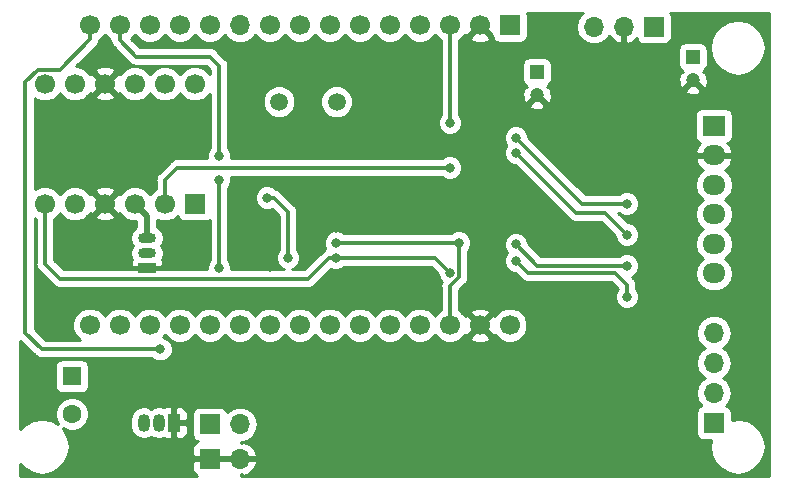
<source format=gbl>
%TF.GenerationSoftware,KiCad,Pcbnew,(5.0.0)*%
%TF.CreationDate,2019-11-04T22:18:49+01:00*%
%TF.ProjectId,PSAVanCanBridge_v14,50534156616E43616E4272696467655F,rev?*%
%TF.SameCoordinates,Original*%
%TF.FileFunction,Copper,L2,Bot,Signal*%
%TF.FilePolarity,Positive*%
%FSLAX46Y46*%
G04 Gerber Fmt 4.6, Leading zero omitted, Abs format (unit mm)*
G04 Created by KiCad (PCBNEW (5.0.0)) date 11/04/19 22:18:49*
%MOMM*%
%LPD*%
G01*
G04 APERTURE LIST*
%ADD10R,1.700000X1.700000*%
%ADD11O,1.700000X1.700000*%
%ADD12C,1.700000*%
%ADD13O,1.500000X0.900000*%
%ADD14R,1.500000X0.900000*%
%ADD15C,1.600000*%
%ADD16R,1.600000X1.600000*%
%ADD17R,1.050000X1.500000*%
%ADD18O,1.050000X1.500000*%
%ADD19C,1.200000*%
%ADD20R,1.200000X1.200000*%
%ADD21C,1.500000*%
%ADD22O,1.950000X1.700000*%
%ADD23R,1.950000X1.700000*%
%ADD24C,0.900000*%
%ADD25C,0.800000*%
%ADD26C,0.500000*%
%ADD27C,0.300000*%
%ADD28C,0.254000*%
G04 APERTURE END LIST*
D10*
X67564000Y-89408000D03*
D11*
X70104000Y-89408000D03*
D10*
X67564000Y-86487000D03*
D11*
X70104000Y-86487000D03*
D12*
X57404000Y-78105000D03*
X59944000Y-78105000D03*
X62484000Y-78105000D03*
X65024000Y-78105000D03*
X67564000Y-78105000D03*
X70104000Y-78105000D03*
X72644000Y-78105000D03*
X75184000Y-78105000D03*
X77724000Y-78105000D03*
X80264000Y-78105000D03*
X82804000Y-78105000D03*
X85344000Y-78105000D03*
X87884000Y-78105000D03*
X90424000Y-78105000D03*
X92964000Y-78105000D03*
X57404000Y-52705000D03*
X59944000Y-52705000D03*
X62484000Y-52705000D03*
X65024000Y-52705000D03*
X67564000Y-52705000D03*
D11*
X70104000Y-52705000D03*
D12*
X72644000Y-52705000D03*
X75184000Y-52705000D03*
X77724000Y-52705000D03*
X80264000Y-52705000D03*
X82804000Y-52705000D03*
X85344000Y-52705000D03*
X87884000Y-52705000D03*
X90424000Y-52705000D03*
D10*
X92964000Y-52705000D03*
D12*
X53594000Y-67818000D03*
X56134000Y-67818000D03*
X58674000Y-67818000D03*
X61214000Y-67818000D03*
X63754000Y-67818000D03*
D10*
X66294000Y-67818000D03*
D12*
X53594000Y-57658000D03*
X56134000Y-57658000D03*
X58674000Y-57658000D03*
X61214000Y-57658000D03*
X63754000Y-57658000D03*
X66294000Y-57658000D03*
D10*
X110236000Y-86360000D03*
D11*
X110236000Y-83820000D03*
X110236000Y-81280000D03*
X110236000Y-78740000D03*
D13*
X62230000Y-72009000D03*
X62230000Y-70739000D03*
D14*
X62230000Y-73279000D03*
D15*
X55880000Y-85623000D03*
D16*
X55880000Y-82423000D03*
D17*
X64516000Y-86360000D03*
D18*
X61976000Y-86360000D03*
X63246000Y-86360000D03*
D19*
X108458000Y-57372000D03*
D20*
X108458000Y-55372000D03*
X95250000Y-56642000D03*
D19*
X95250000Y-58642000D03*
D10*
X105156000Y-52832000D03*
D11*
X102616000Y-52832000D03*
X100076000Y-52832000D03*
D21*
X73406000Y-59182000D03*
X78286000Y-59182000D03*
D22*
X110236000Y-73714000D03*
X110236000Y-71214000D03*
X110236000Y-68714000D03*
X110236000Y-66214000D03*
X110236000Y-63714000D03*
D23*
X110236000Y-61214000D03*
D24*
X99314000Y-59436000D03*
X100393500Y-59436000D03*
X101473000Y-59436000D03*
X102552500Y-59436000D03*
X103632000Y-59436000D03*
X101473000Y-60452000D03*
X102552500Y-60452000D03*
X100393500Y-60452000D03*
X103632000Y-60452000D03*
X99314000Y-60452000D03*
X100393500Y-61468000D03*
X99314000Y-61468000D03*
X102552500Y-61468000D03*
X101473000Y-61468000D03*
X103632000Y-61468000D03*
X101473000Y-62484000D03*
X102552500Y-62484000D03*
X100393500Y-62484000D03*
X103632000Y-62484000D03*
X99314000Y-62484000D03*
X101472000Y-63465000D03*
X103631000Y-63465000D03*
X102551500Y-63465000D03*
X100392500Y-63465000D03*
X99313000Y-63465000D03*
X99313000Y-64481000D03*
X102551500Y-64481000D03*
X103631000Y-64481000D03*
X101472000Y-64481000D03*
X100392500Y-64481000D03*
D25*
X78232000Y-69850000D03*
X76327000Y-69850000D03*
X80772000Y-59182000D03*
X72263000Y-60706000D03*
X75946000Y-59182000D03*
X61214000Y-76200000D03*
X68961000Y-76200000D03*
X72644000Y-73152000D03*
X72390000Y-67310000D03*
X74168000Y-72390000D03*
X93472000Y-71247000D03*
X102870000Y-73067332D03*
X93472000Y-72644000D03*
X102870000Y-75692000D03*
X93472000Y-63500000D03*
X102870000Y-70442666D03*
X93472000Y-62230000D03*
X102870000Y-67818000D03*
X87884000Y-73660000D03*
X78232000Y-72390000D03*
X87884000Y-60960000D03*
X87884000Y-64770000D03*
X88646000Y-71120000D03*
X78232000Y-71120000D03*
X63373000Y-80137000D03*
X68326000Y-63754000D03*
X68326000Y-65786000D03*
X68326000Y-73279000D03*
D26*
X62230000Y-68834000D02*
X61214000Y-67818000D01*
X62230000Y-70739000D02*
X62230000Y-68834000D01*
D27*
X72955685Y-67310000D02*
X72390000Y-67310000D01*
X74168000Y-72390000D02*
X74168000Y-68522315D01*
X74168000Y-68522315D02*
X72955685Y-67310000D01*
X95292332Y-73067332D02*
X93472000Y-71247000D01*
X102870000Y-73067332D02*
X95292332Y-73067332D01*
X102870000Y-75692000D02*
X102870000Y-74676000D01*
X102870000Y-74676000D02*
X101854000Y-73660000D01*
X94488000Y-73660000D02*
X93472000Y-72644000D01*
X101854000Y-73660000D02*
X94488000Y-73660000D01*
X102870000Y-70442666D02*
X101007334Y-68580000D01*
X101007334Y-68580000D02*
X98552000Y-68580000D01*
X98552000Y-68580000D02*
X93472000Y-63500000D01*
X99060000Y-67818000D02*
X93472000Y-62230000D01*
X102870000Y-67818000D02*
X99060000Y-67818000D01*
X86614000Y-72390000D02*
X87884000Y-73660000D01*
X78232000Y-72390000D02*
X86614000Y-72390000D01*
X53594000Y-72898000D02*
X53594000Y-67818000D01*
X54864000Y-74168000D02*
X53594000Y-72898000D01*
X75888315Y-74168000D02*
X54864000Y-74168000D01*
X78232000Y-72390000D02*
X77666315Y-72390000D01*
X77666315Y-72390000D02*
X75888315Y-74168000D01*
X87884000Y-60960000D02*
X87884000Y-52705000D01*
X63754000Y-65786000D02*
X63754000Y-67818000D01*
X64770000Y-64770000D02*
X63754000Y-65786000D01*
X87884000Y-64770000D02*
X64770000Y-64770000D01*
X78232000Y-71120000D02*
X86868000Y-71120000D01*
X86868000Y-71120000D02*
X88646000Y-71120000D01*
X88646000Y-74008002D02*
X88646000Y-71120000D01*
X87884000Y-78105000D02*
X87884000Y-74770002D01*
X87884000Y-74770002D02*
X88646000Y-74008002D01*
X51943000Y-78740000D02*
X53340000Y-80137000D01*
X53017999Y-56457999D02*
X51943000Y-57532998D01*
X51943000Y-57532998D02*
X51943000Y-78740000D01*
X57404000Y-53907081D02*
X54853082Y-56457999D01*
X57404000Y-52705000D02*
X57404000Y-53907081D01*
X54170001Y-56457999D02*
X53975000Y-56457999D01*
X53975000Y-56457999D02*
X53017999Y-56457999D01*
X54853082Y-56457999D02*
X53975000Y-56457999D01*
X53340000Y-80137000D02*
X63373000Y-80137000D01*
X59944000Y-52705000D02*
X59944000Y-53975000D01*
X59944000Y-53975000D02*
X61341000Y-55372000D01*
X61341000Y-55372000D02*
X67564000Y-55372000D01*
X67564000Y-55372000D02*
X68326000Y-56134000D01*
X68326000Y-56134000D02*
X68326000Y-63754000D01*
X68326000Y-66351685D02*
X68326000Y-73279000D01*
X68326000Y-65786000D02*
X68326000Y-66351685D01*
D28*
G36*
X99005375Y-51761375D02*
X98677161Y-52252582D01*
X98561908Y-52832000D01*
X98677161Y-53411418D01*
X99005375Y-53902625D01*
X99496582Y-54230839D01*
X99929744Y-54317000D01*
X100222256Y-54317000D01*
X100655418Y-54230839D01*
X101146625Y-53902625D01*
X101359843Y-53583522D01*
X101420817Y-53713358D01*
X101849076Y-54103645D01*
X102259110Y-54273476D01*
X102489000Y-54152155D01*
X102489000Y-52959000D01*
X102469000Y-52959000D01*
X102469000Y-52705000D01*
X102489000Y-52705000D01*
X102489000Y-52685000D01*
X102743000Y-52685000D01*
X102743000Y-52705000D01*
X102763000Y-52705000D01*
X102763000Y-52959000D01*
X102743000Y-52959000D01*
X102743000Y-54152155D01*
X102972890Y-54273476D01*
X103382924Y-54103645D01*
X103687261Y-53826292D01*
X103707843Y-53929765D01*
X103848191Y-54139809D01*
X104058235Y-54280157D01*
X104306000Y-54329440D01*
X106006000Y-54329440D01*
X106253765Y-54280157D01*
X106463809Y-54139809D01*
X106604157Y-53929765D01*
X106653440Y-53682000D01*
X106653440Y-51982000D01*
X106604157Y-51734235D01*
X106539186Y-51637000D01*
X114860000Y-51637000D01*
X114860001Y-90857000D01*
X70231002Y-90857000D01*
X70231002Y-90728156D01*
X70460890Y-90849476D01*
X70870924Y-90679645D01*
X71299183Y-90289358D01*
X71545486Y-89764892D01*
X71424819Y-89535000D01*
X70231000Y-89535000D01*
X70231000Y-89555000D01*
X69977000Y-89555000D01*
X69977000Y-89535000D01*
X67691000Y-89535000D01*
X67691000Y-89555000D01*
X67437000Y-89555000D01*
X67437000Y-89535000D01*
X66237750Y-89535000D01*
X66079000Y-89693750D01*
X66079000Y-90384309D01*
X66175673Y-90617698D01*
X66354301Y-90796327D01*
X66500778Y-90857000D01*
X51510000Y-90857000D01*
X51510000Y-89853417D01*
X51954946Y-90298363D01*
X52611834Y-90633064D01*
X53340000Y-90748394D01*
X54068166Y-90633064D01*
X54725054Y-90298363D01*
X55246363Y-89777054D01*
X55581064Y-89120166D01*
X55696394Y-88392000D01*
X55581064Y-87663834D01*
X55246363Y-87006946D01*
X55087304Y-86847887D01*
X55594561Y-87058000D01*
X56165439Y-87058000D01*
X56692862Y-86839534D01*
X57096534Y-86435862D01*
X57268477Y-86020754D01*
X60816000Y-86020754D01*
X60816000Y-86699245D01*
X60883305Y-87037608D01*
X61139687Y-87421313D01*
X61523391Y-87677695D01*
X61976000Y-87767725D01*
X62428608Y-87677695D01*
X62611000Y-87555825D01*
X62793391Y-87677695D01*
X63246000Y-87767725D01*
X63698608Y-87677695D01*
X63699984Y-87676776D01*
X63864691Y-87745000D01*
X64230250Y-87745000D01*
X64389000Y-87586250D01*
X64389000Y-86784710D01*
X64406000Y-86699246D01*
X64406000Y-86487000D01*
X64643000Y-86487000D01*
X64643000Y-87586250D01*
X64801750Y-87745000D01*
X65167309Y-87745000D01*
X65400698Y-87648327D01*
X65579327Y-87469699D01*
X65676000Y-87236310D01*
X65676000Y-86645750D01*
X65517250Y-86487000D01*
X64643000Y-86487000D01*
X64406000Y-86487000D01*
X64406000Y-86020755D01*
X64389000Y-85935291D01*
X64389000Y-85133750D01*
X64643000Y-85133750D01*
X64643000Y-86233000D01*
X65517250Y-86233000D01*
X65676000Y-86074250D01*
X65676000Y-85637000D01*
X66066560Y-85637000D01*
X66066560Y-87337000D01*
X66115843Y-87584765D01*
X66256191Y-87794809D01*
X66466235Y-87935157D01*
X66528460Y-87947534D01*
X66354301Y-88019673D01*
X66175673Y-88198302D01*
X66079000Y-88431691D01*
X66079000Y-89122250D01*
X66237750Y-89281000D01*
X67437000Y-89281000D01*
X67437000Y-89261000D01*
X67691000Y-89261000D01*
X67691000Y-89281000D01*
X69977000Y-89281000D01*
X69977000Y-89261000D01*
X70231000Y-89261000D01*
X70231000Y-89281000D01*
X71424819Y-89281000D01*
X71545486Y-89051108D01*
X71299183Y-88526642D01*
X70870924Y-88136355D01*
X70460890Y-87966524D01*
X70231002Y-88087844D01*
X70231002Y-87972000D01*
X70250256Y-87972000D01*
X70683418Y-87885839D01*
X71174625Y-87557625D01*
X71502839Y-87066418D01*
X71618092Y-86487000D01*
X71502839Y-85907582D01*
X71174625Y-85416375D01*
X70683418Y-85088161D01*
X70250256Y-85002000D01*
X69957744Y-85002000D01*
X69524582Y-85088161D01*
X69033375Y-85416375D01*
X69021184Y-85434619D01*
X69012157Y-85389235D01*
X68871809Y-85179191D01*
X68661765Y-85038843D01*
X68414000Y-84989560D01*
X66714000Y-84989560D01*
X66466235Y-85038843D01*
X66256191Y-85179191D01*
X66115843Y-85389235D01*
X66066560Y-85637000D01*
X65676000Y-85637000D01*
X65676000Y-85483690D01*
X65579327Y-85250301D01*
X65400698Y-85071673D01*
X65167309Y-84975000D01*
X64801750Y-84975000D01*
X64643000Y-85133750D01*
X64389000Y-85133750D01*
X64230250Y-84975000D01*
X63864691Y-84975000D01*
X63699984Y-85043224D01*
X63698609Y-85042305D01*
X63246000Y-84952275D01*
X62793392Y-85042305D01*
X62611001Y-85164175D01*
X62428609Y-85042305D01*
X61976000Y-84952275D01*
X61523392Y-85042305D01*
X61139688Y-85298687D01*
X60883305Y-85682391D01*
X60816000Y-86020754D01*
X57268477Y-86020754D01*
X57315000Y-85908439D01*
X57315000Y-85337561D01*
X57096534Y-84810138D01*
X56692862Y-84406466D01*
X56165439Y-84188000D01*
X55594561Y-84188000D01*
X55067138Y-84406466D01*
X54663466Y-84810138D01*
X54445000Y-85337561D01*
X54445000Y-85908439D01*
X54663466Y-86435862D01*
X54700969Y-86473365D01*
X54068166Y-86150936D01*
X53340000Y-86035606D01*
X52611834Y-86150936D01*
X51954946Y-86485637D01*
X51510000Y-86930583D01*
X51510000Y-81623000D01*
X54432560Y-81623000D01*
X54432560Y-83223000D01*
X54481843Y-83470765D01*
X54622191Y-83680809D01*
X54832235Y-83821157D01*
X55080000Y-83870440D01*
X56680000Y-83870440D01*
X56927765Y-83821157D01*
X57137809Y-83680809D01*
X57278157Y-83470765D01*
X57327440Y-83223000D01*
X57327440Y-81623000D01*
X57278157Y-81375235D01*
X57137809Y-81165191D01*
X56927765Y-81024843D01*
X56680000Y-80975560D01*
X55080000Y-80975560D01*
X54832235Y-81024843D01*
X54622191Y-81165191D01*
X54481843Y-81375235D01*
X54432560Y-81623000D01*
X51510000Y-81623000D01*
X51510000Y-79417157D01*
X52730253Y-80637411D01*
X52774047Y-80702953D01*
X52839589Y-80746747D01*
X52839591Y-80746749D01*
X52966746Y-80831711D01*
X53033708Y-80876454D01*
X53262684Y-80922000D01*
X53262688Y-80922000D01*
X53339999Y-80937378D01*
X53417310Y-80922000D01*
X62694289Y-80922000D01*
X62786720Y-81014431D01*
X63167126Y-81172000D01*
X63578874Y-81172000D01*
X63959280Y-81014431D01*
X64250431Y-80723280D01*
X64408000Y-80342874D01*
X64408000Y-79931126D01*
X64250431Y-79550720D01*
X63959280Y-79259569D01*
X63584696Y-79104411D01*
X63742922Y-78946185D01*
X63754000Y-78919440D01*
X63765078Y-78946185D01*
X64182815Y-79363922D01*
X64728615Y-79590000D01*
X65319385Y-79590000D01*
X65865185Y-79363922D01*
X66282922Y-78946185D01*
X66294000Y-78919440D01*
X66305078Y-78946185D01*
X66722815Y-79363922D01*
X67268615Y-79590000D01*
X67859385Y-79590000D01*
X68405185Y-79363922D01*
X68822922Y-78946185D01*
X68834000Y-78919440D01*
X68845078Y-78946185D01*
X69262815Y-79363922D01*
X69808615Y-79590000D01*
X70399385Y-79590000D01*
X70945185Y-79363922D01*
X71362922Y-78946185D01*
X71374000Y-78919440D01*
X71385078Y-78946185D01*
X71802815Y-79363922D01*
X72348615Y-79590000D01*
X72939385Y-79590000D01*
X73485185Y-79363922D01*
X73902922Y-78946185D01*
X73914000Y-78919440D01*
X73925078Y-78946185D01*
X74342815Y-79363922D01*
X74888615Y-79590000D01*
X75479385Y-79590000D01*
X76025185Y-79363922D01*
X76442922Y-78946185D01*
X76454000Y-78919440D01*
X76465078Y-78946185D01*
X76882815Y-79363922D01*
X77428615Y-79590000D01*
X78019385Y-79590000D01*
X78565185Y-79363922D01*
X78982922Y-78946185D01*
X78994000Y-78919440D01*
X79005078Y-78946185D01*
X79422815Y-79363922D01*
X79968615Y-79590000D01*
X80559385Y-79590000D01*
X81105185Y-79363922D01*
X81522922Y-78946185D01*
X81534000Y-78919440D01*
X81545078Y-78946185D01*
X81962815Y-79363922D01*
X82508615Y-79590000D01*
X83099385Y-79590000D01*
X83645185Y-79363922D01*
X84062922Y-78946185D01*
X84074000Y-78919440D01*
X84085078Y-78946185D01*
X84502815Y-79363922D01*
X85048615Y-79590000D01*
X85639385Y-79590000D01*
X86185185Y-79363922D01*
X86602922Y-78946185D01*
X86614000Y-78919440D01*
X86625078Y-78946185D01*
X87042815Y-79363922D01*
X87588615Y-79590000D01*
X88179385Y-79590000D01*
X88725185Y-79363922D01*
X88940149Y-79148958D01*
X89559647Y-79148958D01*
X89639920Y-79400259D01*
X90195279Y-79601718D01*
X90785458Y-79575315D01*
X91208080Y-79400259D01*
X91288353Y-79148958D01*
X90424000Y-78284605D01*
X89559647Y-79148958D01*
X88940149Y-79148958D01*
X89142922Y-78946185D01*
X89162155Y-78899753D01*
X89380042Y-78969353D01*
X90244395Y-78105000D01*
X90603605Y-78105000D01*
X91467958Y-78969353D01*
X91685845Y-78899753D01*
X91705078Y-78946185D01*
X92122815Y-79363922D01*
X92668615Y-79590000D01*
X93259385Y-79590000D01*
X93805185Y-79363922D01*
X94222922Y-78946185D01*
X94308326Y-78740000D01*
X108721908Y-78740000D01*
X108837161Y-79319418D01*
X109165375Y-79810625D01*
X109463761Y-80010000D01*
X109165375Y-80209375D01*
X108837161Y-80700582D01*
X108721908Y-81280000D01*
X108837161Y-81859418D01*
X109165375Y-82350625D01*
X109463761Y-82550000D01*
X109165375Y-82749375D01*
X108837161Y-83240582D01*
X108721908Y-83820000D01*
X108837161Y-84399418D01*
X109165375Y-84890625D01*
X109183619Y-84902816D01*
X109138235Y-84911843D01*
X108928191Y-85052191D01*
X108787843Y-85262235D01*
X108738560Y-85510000D01*
X108738560Y-87210000D01*
X108787843Y-87457765D01*
X108928191Y-87667809D01*
X109138235Y-87808157D01*
X109386000Y-87857440D01*
X109996272Y-87857440D01*
X109911606Y-88392000D01*
X110026936Y-89120166D01*
X110361637Y-89777054D01*
X110882946Y-90298363D01*
X111539834Y-90633064D01*
X112268000Y-90748394D01*
X112996166Y-90633064D01*
X113653054Y-90298363D01*
X114174363Y-89777054D01*
X114509064Y-89120166D01*
X114624394Y-88392000D01*
X114509064Y-87663834D01*
X114174363Y-87006946D01*
X113653054Y-86485637D01*
X112996166Y-86150936D01*
X112268000Y-86035606D01*
X111733440Y-86120272D01*
X111733440Y-85510000D01*
X111684157Y-85262235D01*
X111543809Y-85052191D01*
X111333765Y-84911843D01*
X111288381Y-84902816D01*
X111306625Y-84890625D01*
X111634839Y-84399418D01*
X111750092Y-83820000D01*
X111634839Y-83240582D01*
X111306625Y-82749375D01*
X111008239Y-82550000D01*
X111306625Y-82350625D01*
X111634839Y-81859418D01*
X111750092Y-81280000D01*
X111634839Y-80700582D01*
X111306625Y-80209375D01*
X111008239Y-80010000D01*
X111306625Y-79810625D01*
X111634839Y-79319418D01*
X111750092Y-78740000D01*
X111634839Y-78160582D01*
X111306625Y-77669375D01*
X110815418Y-77341161D01*
X110382256Y-77255000D01*
X110089744Y-77255000D01*
X109656582Y-77341161D01*
X109165375Y-77669375D01*
X108837161Y-78160582D01*
X108721908Y-78740000D01*
X94308326Y-78740000D01*
X94449000Y-78400385D01*
X94449000Y-77809615D01*
X94222922Y-77263815D01*
X93805185Y-76846078D01*
X93259385Y-76620000D01*
X92668615Y-76620000D01*
X92122815Y-76846078D01*
X91705078Y-77263815D01*
X91685845Y-77310247D01*
X91467958Y-77240647D01*
X90603605Y-78105000D01*
X90244395Y-78105000D01*
X89380042Y-77240647D01*
X89162155Y-77310247D01*
X89142922Y-77263815D01*
X88940149Y-77061042D01*
X89559647Y-77061042D01*
X90424000Y-77925395D01*
X91288353Y-77061042D01*
X91208080Y-76809741D01*
X90652721Y-76608282D01*
X90062542Y-76634685D01*
X89639920Y-76809741D01*
X89559647Y-77061042D01*
X88940149Y-77061042D01*
X88725185Y-76846078D01*
X88669000Y-76822805D01*
X88669000Y-75095159D01*
X89146408Y-74617751D01*
X89211953Y-74573955D01*
X89385454Y-74314294D01*
X89431000Y-74085318D01*
X89431000Y-74085314D01*
X89446378Y-74008002D01*
X89431000Y-73930690D01*
X89431000Y-71798711D01*
X89523431Y-71706280D01*
X89681000Y-71325874D01*
X89681000Y-71041126D01*
X92437000Y-71041126D01*
X92437000Y-71452874D01*
X92594569Y-71833280D01*
X92706789Y-71945500D01*
X92594569Y-72057720D01*
X92437000Y-72438126D01*
X92437000Y-72849874D01*
X92594569Y-73230280D01*
X92885720Y-73521431D01*
X93266126Y-73679000D01*
X93396843Y-73679000D01*
X93878253Y-74160411D01*
X93922047Y-74225953D01*
X93987589Y-74269747D01*
X93987591Y-74269749D01*
X94137190Y-74369708D01*
X94181708Y-74399454D01*
X94410684Y-74445000D01*
X94410688Y-74445000D01*
X94488000Y-74460378D01*
X94565312Y-74445000D01*
X101528843Y-74445000D01*
X102085001Y-75001158D01*
X102085001Y-75013288D01*
X101992569Y-75105720D01*
X101835000Y-75486126D01*
X101835000Y-75897874D01*
X101992569Y-76278280D01*
X102283720Y-76569431D01*
X102664126Y-76727000D01*
X103075874Y-76727000D01*
X103456280Y-76569431D01*
X103747431Y-76278280D01*
X103905000Y-75897874D01*
X103905000Y-75486126D01*
X103747431Y-75105720D01*
X103655000Y-75013289D01*
X103655000Y-74753312D01*
X103670378Y-74676000D01*
X103655000Y-74598688D01*
X103655000Y-74598684D01*
X103609454Y-74369708D01*
X103605640Y-74364000D01*
X103479749Y-74175591D01*
X103479747Y-74175589D01*
X103435953Y-74110047D01*
X103370411Y-74066253D01*
X103309655Y-74005497D01*
X103456280Y-73944763D01*
X103747431Y-73653612D01*
X103905000Y-73273206D01*
X103905000Y-72861458D01*
X103747431Y-72481052D01*
X103456280Y-72189901D01*
X103075874Y-72032332D01*
X102664126Y-72032332D01*
X102283720Y-72189901D01*
X102191289Y-72282332D01*
X95617490Y-72282332D01*
X94507000Y-71171843D01*
X94507000Y-71041126D01*
X94349431Y-70660720D01*
X94058280Y-70369569D01*
X93677874Y-70212000D01*
X93266126Y-70212000D01*
X92885720Y-70369569D01*
X92594569Y-70660720D01*
X92437000Y-71041126D01*
X89681000Y-71041126D01*
X89681000Y-70914126D01*
X89523431Y-70533720D01*
X89232280Y-70242569D01*
X88851874Y-70085000D01*
X88440126Y-70085000D01*
X88059720Y-70242569D01*
X87967289Y-70335000D01*
X78910711Y-70335000D01*
X78818280Y-70242569D01*
X78437874Y-70085000D01*
X78026126Y-70085000D01*
X77645720Y-70242569D01*
X77354569Y-70533720D01*
X77197000Y-70914126D01*
X77197000Y-71325874D01*
X77337670Y-71665482D01*
X77100362Y-71824047D01*
X77056566Y-71889592D01*
X75563158Y-73383000D01*
X74475271Y-73383000D01*
X74754280Y-73267431D01*
X75045431Y-72976280D01*
X75203000Y-72595874D01*
X75203000Y-72184126D01*
X75045431Y-71803720D01*
X74953000Y-71711289D01*
X74953000Y-68599625D01*
X74968378Y-68522314D01*
X74953000Y-68445003D01*
X74953000Y-68444999D01*
X74907454Y-68216023D01*
X74826589Y-68095000D01*
X74777749Y-68021906D01*
X74777747Y-68021904D01*
X74733953Y-67956362D01*
X74668411Y-67912568D01*
X73565434Y-66809592D01*
X73521638Y-66744047D01*
X73261977Y-66570546D01*
X73077578Y-66533867D01*
X72976280Y-66432569D01*
X72595874Y-66275000D01*
X72184126Y-66275000D01*
X71803720Y-66432569D01*
X71512569Y-66723720D01*
X71355000Y-67104126D01*
X71355000Y-67515874D01*
X71512569Y-67896280D01*
X71803720Y-68187431D01*
X72184126Y-68345000D01*
X72595874Y-68345000D01*
X72797155Y-68261627D01*
X73383001Y-68847474D01*
X73383000Y-71711289D01*
X73290569Y-71803720D01*
X73133000Y-72184126D01*
X73133000Y-72595874D01*
X73290569Y-72976280D01*
X73581720Y-73267431D01*
X73860729Y-73383000D01*
X69361000Y-73383000D01*
X69361000Y-73073126D01*
X69203431Y-72692720D01*
X69111000Y-72600289D01*
X69111000Y-66464711D01*
X69203431Y-66372280D01*
X69361000Y-65991874D01*
X69361000Y-65580126D01*
X69350592Y-65555000D01*
X87205289Y-65555000D01*
X87297720Y-65647431D01*
X87678126Y-65805000D01*
X88089874Y-65805000D01*
X88470280Y-65647431D01*
X88761431Y-65356280D01*
X88919000Y-64975874D01*
X88919000Y-64564126D01*
X88761431Y-64183720D01*
X88470280Y-63892569D01*
X88089874Y-63735000D01*
X87678126Y-63735000D01*
X87297720Y-63892569D01*
X87205289Y-63985000D01*
X69350592Y-63985000D01*
X69361000Y-63959874D01*
X69361000Y-63548126D01*
X69203431Y-63167720D01*
X69111000Y-63075289D01*
X69111000Y-62024126D01*
X92437000Y-62024126D01*
X92437000Y-62435874D01*
X92594569Y-62816280D01*
X92643289Y-62865000D01*
X92594569Y-62913720D01*
X92437000Y-63294126D01*
X92437000Y-63705874D01*
X92594569Y-64086280D01*
X92885720Y-64377431D01*
X93266126Y-64535000D01*
X93396843Y-64535000D01*
X97942253Y-69080411D01*
X97986047Y-69145953D01*
X98051589Y-69189747D01*
X98051591Y-69189749D01*
X98221083Y-69303000D01*
X98245708Y-69319454D01*
X98474684Y-69365000D01*
X98474688Y-69365000D01*
X98552000Y-69380378D01*
X98629312Y-69365000D01*
X100682177Y-69365000D01*
X101835000Y-70517823D01*
X101835000Y-70648540D01*
X101992569Y-71028946D01*
X102283720Y-71320097D01*
X102664126Y-71477666D01*
X103075874Y-71477666D01*
X103456280Y-71320097D01*
X103747431Y-71028946D01*
X103905000Y-70648540D01*
X103905000Y-70236792D01*
X103747431Y-69856386D01*
X103456280Y-69565235D01*
X103075874Y-69407666D01*
X102945157Y-69407666D01*
X102140491Y-68603000D01*
X102191289Y-68603000D01*
X102283720Y-68695431D01*
X102664126Y-68853000D01*
X103075874Y-68853000D01*
X103456280Y-68695431D01*
X103747431Y-68404280D01*
X103905000Y-68023874D01*
X103905000Y-67612126D01*
X103747431Y-67231720D01*
X103456280Y-66940569D01*
X103075874Y-66783000D01*
X102664126Y-66783000D01*
X102283720Y-66940569D01*
X102191289Y-67033000D01*
X99385158Y-67033000D01*
X98566158Y-66214000D01*
X108596908Y-66214000D01*
X108712161Y-66793418D01*
X109040375Y-67284625D01*
X109308829Y-67464000D01*
X109040375Y-67643375D01*
X108712161Y-68134582D01*
X108596908Y-68714000D01*
X108712161Y-69293418D01*
X109040375Y-69784625D01*
X109308829Y-69964000D01*
X109040375Y-70143375D01*
X108712161Y-70634582D01*
X108596908Y-71214000D01*
X108712161Y-71793418D01*
X109040375Y-72284625D01*
X109308829Y-72464000D01*
X109040375Y-72643375D01*
X108712161Y-73134582D01*
X108596908Y-73714000D01*
X108712161Y-74293418D01*
X109040375Y-74784625D01*
X109531582Y-75112839D01*
X109964744Y-75199000D01*
X110507256Y-75199000D01*
X110940418Y-75112839D01*
X111431625Y-74784625D01*
X111759839Y-74293418D01*
X111875092Y-73714000D01*
X111759839Y-73134582D01*
X111431625Y-72643375D01*
X111163171Y-72464000D01*
X111431625Y-72284625D01*
X111759839Y-71793418D01*
X111875092Y-71214000D01*
X111759839Y-70634582D01*
X111431625Y-70143375D01*
X111163171Y-69964000D01*
X111431625Y-69784625D01*
X111759839Y-69293418D01*
X111875092Y-68714000D01*
X111759839Y-68134582D01*
X111431625Y-67643375D01*
X111163171Y-67464000D01*
X111431625Y-67284625D01*
X111759839Y-66793418D01*
X111875092Y-66214000D01*
X111759839Y-65634582D01*
X111431625Y-65143375D01*
X111158313Y-64960754D01*
X111563497Y-64585193D01*
X111802476Y-64070890D01*
X111681155Y-63841000D01*
X110363000Y-63841000D01*
X110363000Y-63861000D01*
X110109000Y-63861000D01*
X110109000Y-63841000D01*
X108790845Y-63841000D01*
X108669524Y-64070890D01*
X108908503Y-64585193D01*
X109313687Y-64960754D01*
X109040375Y-65143375D01*
X108712161Y-65634582D01*
X108596908Y-66214000D01*
X98566158Y-66214000D01*
X94507000Y-62154843D01*
X94507000Y-62024126D01*
X94349431Y-61643720D01*
X94058280Y-61352569D01*
X93677874Y-61195000D01*
X93266126Y-61195000D01*
X92885720Y-61352569D01*
X92594569Y-61643720D01*
X92437000Y-62024126D01*
X69111000Y-62024126D01*
X69111000Y-58906506D01*
X72021000Y-58906506D01*
X72021000Y-59457494D01*
X72231853Y-59966540D01*
X72621460Y-60356147D01*
X73130506Y-60567000D01*
X73681494Y-60567000D01*
X74190540Y-60356147D01*
X74580147Y-59966540D01*
X74791000Y-59457494D01*
X74791000Y-58906506D01*
X76901000Y-58906506D01*
X76901000Y-59457494D01*
X77111853Y-59966540D01*
X77501460Y-60356147D01*
X78010506Y-60567000D01*
X78561494Y-60567000D01*
X79070540Y-60356147D01*
X79460147Y-59966540D01*
X79671000Y-59457494D01*
X79671000Y-58906506D01*
X79460147Y-58397460D01*
X79070540Y-58007853D01*
X78561494Y-57797000D01*
X78010506Y-57797000D01*
X77501460Y-58007853D01*
X77111853Y-58397460D01*
X76901000Y-58906506D01*
X74791000Y-58906506D01*
X74580147Y-58397460D01*
X74190540Y-58007853D01*
X73681494Y-57797000D01*
X73130506Y-57797000D01*
X72621460Y-58007853D01*
X72231853Y-58397460D01*
X72021000Y-58906506D01*
X69111000Y-58906506D01*
X69111000Y-56211312D01*
X69126378Y-56134000D01*
X69111000Y-56056688D01*
X69111000Y-56056684D01*
X69065454Y-55827708D01*
X68891953Y-55568047D01*
X68826408Y-55524251D01*
X68173748Y-54871591D01*
X68129953Y-54806047D01*
X67870292Y-54632546D01*
X67641316Y-54587000D01*
X67641312Y-54587000D01*
X67564000Y-54571622D01*
X67486688Y-54587000D01*
X61666158Y-54587000D01*
X60914132Y-53834975D01*
X61202922Y-53546185D01*
X61214000Y-53519440D01*
X61225078Y-53546185D01*
X61642815Y-53963922D01*
X62188615Y-54190000D01*
X62779385Y-54190000D01*
X63325185Y-53963922D01*
X63742922Y-53546185D01*
X63754000Y-53519440D01*
X63765078Y-53546185D01*
X64182815Y-53963922D01*
X64728615Y-54190000D01*
X65319385Y-54190000D01*
X65865185Y-53963922D01*
X66282922Y-53546185D01*
X66294000Y-53519440D01*
X66305078Y-53546185D01*
X66722815Y-53963922D01*
X67268615Y-54190000D01*
X67859385Y-54190000D01*
X68405185Y-53963922D01*
X68822922Y-53546185D01*
X68844791Y-53493389D01*
X69033375Y-53775625D01*
X69524582Y-54103839D01*
X69957744Y-54190000D01*
X70250256Y-54190000D01*
X70683418Y-54103839D01*
X71174625Y-53775625D01*
X71363209Y-53493389D01*
X71385078Y-53546185D01*
X71802815Y-53963922D01*
X72348615Y-54190000D01*
X72939385Y-54190000D01*
X73485185Y-53963922D01*
X73902922Y-53546185D01*
X73914000Y-53519440D01*
X73925078Y-53546185D01*
X74342815Y-53963922D01*
X74888615Y-54190000D01*
X75479385Y-54190000D01*
X76025185Y-53963922D01*
X76442922Y-53546185D01*
X76454000Y-53519440D01*
X76465078Y-53546185D01*
X76882815Y-53963922D01*
X77428615Y-54190000D01*
X78019385Y-54190000D01*
X78565185Y-53963922D01*
X78982922Y-53546185D01*
X78994000Y-53519440D01*
X79005078Y-53546185D01*
X79422815Y-53963922D01*
X79968615Y-54190000D01*
X80559385Y-54190000D01*
X81105185Y-53963922D01*
X81522922Y-53546185D01*
X81534000Y-53519440D01*
X81545078Y-53546185D01*
X81962815Y-53963922D01*
X82508615Y-54190000D01*
X83099385Y-54190000D01*
X83645185Y-53963922D01*
X84062922Y-53546185D01*
X84074000Y-53519440D01*
X84085078Y-53546185D01*
X84502815Y-53963922D01*
X85048615Y-54190000D01*
X85639385Y-54190000D01*
X86185185Y-53963922D01*
X86602922Y-53546185D01*
X86614000Y-53519440D01*
X86625078Y-53546185D01*
X87042815Y-53963922D01*
X87099001Y-53987195D01*
X87099000Y-60281289D01*
X87006569Y-60373720D01*
X86849000Y-60754126D01*
X86849000Y-61165874D01*
X87006569Y-61546280D01*
X87297720Y-61837431D01*
X87678126Y-61995000D01*
X88089874Y-61995000D01*
X88470280Y-61837431D01*
X88761431Y-61546280D01*
X88919000Y-61165874D01*
X88919000Y-60754126D01*
X88761431Y-60373720D01*
X88751711Y-60364000D01*
X108613560Y-60364000D01*
X108613560Y-62064000D01*
X108662843Y-62311765D01*
X108803191Y-62521809D01*
X109013235Y-62662157D01*
X109087471Y-62676923D01*
X108908503Y-62842807D01*
X108669524Y-63357110D01*
X108790845Y-63587000D01*
X110109000Y-63587000D01*
X110109000Y-63567000D01*
X110363000Y-63567000D01*
X110363000Y-63587000D01*
X111681155Y-63587000D01*
X111802476Y-63357110D01*
X111563497Y-62842807D01*
X111384529Y-62676923D01*
X111458765Y-62662157D01*
X111668809Y-62521809D01*
X111809157Y-62311765D01*
X111858440Y-62064000D01*
X111858440Y-60364000D01*
X111809157Y-60116235D01*
X111668809Y-59906191D01*
X111458765Y-59765843D01*
X111211000Y-59716560D01*
X109261000Y-59716560D01*
X109013235Y-59765843D01*
X108803191Y-59906191D01*
X108662843Y-60116235D01*
X108613560Y-60364000D01*
X88751711Y-60364000D01*
X88669000Y-60281289D01*
X88669000Y-59504735D01*
X94566870Y-59504735D01*
X94616383Y-59730164D01*
X95081036Y-59889807D01*
X95571413Y-59859482D01*
X95883617Y-59730164D01*
X95933130Y-59504735D01*
X95250000Y-58821605D01*
X94566870Y-59504735D01*
X88669000Y-59504735D01*
X88669000Y-58473036D01*
X94002193Y-58473036D01*
X94032518Y-58963413D01*
X94161836Y-59275617D01*
X94387265Y-59325130D01*
X95070395Y-58642000D01*
X95056253Y-58627858D01*
X95235858Y-58448253D01*
X95250000Y-58462395D01*
X95264143Y-58448253D01*
X95443748Y-58627858D01*
X95429605Y-58642000D01*
X96112735Y-59325130D01*
X96338164Y-59275617D01*
X96497807Y-58810964D01*
X96467482Y-58320587D01*
X96431922Y-58234735D01*
X107774870Y-58234735D01*
X107824383Y-58460164D01*
X108289036Y-58619807D01*
X108779413Y-58589482D01*
X109091617Y-58460164D01*
X109141130Y-58234735D01*
X108458000Y-57551605D01*
X107774870Y-58234735D01*
X96431922Y-58234735D01*
X96338164Y-58008383D01*
X96112737Y-57958871D01*
X96228430Y-57843178D01*
X96174282Y-57789030D01*
X96307809Y-57699809D01*
X96448157Y-57489765D01*
X96497440Y-57242000D01*
X96497440Y-57203036D01*
X107210193Y-57203036D01*
X107240518Y-57693413D01*
X107369836Y-58005617D01*
X107595265Y-58055130D01*
X108278395Y-57372000D01*
X108264253Y-57357858D01*
X108443858Y-57178253D01*
X108458000Y-57192395D01*
X108472143Y-57178253D01*
X108651748Y-57357858D01*
X108637605Y-57372000D01*
X109320735Y-58055130D01*
X109546164Y-58005617D01*
X109705807Y-57540964D01*
X109675482Y-57050587D01*
X109546164Y-56738383D01*
X109320737Y-56688871D01*
X109436430Y-56573178D01*
X109382282Y-56519030D01*
X109515809Y-56429809D01*
X109656157Y-56219765D01*
X109705440Y-55972000D01*
X109705440Y-54772000D01*
X109673217Y-54610000D01*
X109911606Y-54610000D01*
X110026936Y-55338166D01*
X110361637Y-55995054D01*
X110882946Y-56516363D01*
X111539834Y-56851064D01*
X112268000Y-56966394D01*
X112996166Y-56851064D01*
X113653054Y-56516363D01*
X114174363Y-55995054D01*
X114509064Y-55338166D01*
X114624394Y-54610000D01*
X114509064Y-53881834D01*
X114174363Y-53224946D01*
X113653054Y-52703637D01*
X112996166Y-52368936D01*
X112268000Y-52253606D01*
X111539834Y-52368936D01*
X110882946Y-52703637D01*
X110361637Y-53224946D01*
X110026936Y-53881834D01*
X109911606Y-54610000D01*
X109673217Y-54610000D01*
X109656157Y-54524235D01*
X109515809Y-54314191D01*
X109305765Y-54173843D01*
X109058000Y-54124560D01*
X107858000Y-54124560D01*
X107610235Y-54173843D01*
X107400191Y-54314191D01*
X107259843Y-54524235D01*
X107210560Y-54772000D01*
X107210560Y-55972000D01*
X107259843Y-56219765D01*
X107400191Y-56429809D01*
X107533718Y-56519030D01*
X107479570Y-56573178D01*
X107595263Y-56688871D01*
X107369836Y-56738383D01*
X107210193Y-57203036D01*
X96497440Y-57203036D01*
X96497440Y-56042000D01*
X96448157Y-55794235D01*
X96307809Y-55584191D01*
X96097765Y-55443843D01*
X95850000Y-55394560D01*
X94650000Y-55394560D01*
X94402235Y-55443843D01*
X94192191Y-55584191D01*
X94051843Y-55794235D01*
X94002560Y-56042000D01*
X94002560Y-57242000D01*
X94051843Y-57489765D01*
X94192191Y-57699809D01*
X94325718Y-57789030D01*
X94271570Y-57843178D01*
X94387263Y-57958871D01*
X94161836Y-58008383D01*
X94002193Y-58473036D01*
X88669000Y-58473036D01*
X88669000Y-53987195D01*
X88725185Y-53963922D01*
X88940149Y-53748958D01*
X89559647Y-53748958D01*
X89639920Y-54000259D01*
X90195279Y-54201718D01*
X90785458Y-54175315D01*
X91208080Y-54000259D01*
X91288353Y-53748958D01*
X90424000Y-52884605D01*
X89559647Y-53748958D01*
X88940149Y-53748958D01*
X89142922Y-53546185D01*
X89162155Y-53499753D01*
X89380042Y-53569353D01*
X90244395Y-52705000D01*
X90230253Y-52690858D01*
X90409858Y-52511253D01*
X90424000Y-52525395D01*
X90438143Y-52511253D01*
X90617748Y-52690858D01*
X90603605Y-52705000D01*
X91467958Y-53569353D01*
X91469328Y-53568915D01*
X91515843Y-53802765D01*
X91656191Y-54012809D01*
X91866235Y-54153157D01*
X92114000Y-54202440D01*
X93814000Y-54202440D01*
X94061765Y-54153157D01*
X94271809Y-54012809D01*
X94412157Y-53802765D01*
X94461440Y-53555000D01*
X94461440Y-51855000D01*
X94418078Y-51637000D01*
X99191515Y-51637000D01*
X99005375Y-51761375D01*
X99005375Y-51761375D01*
G37*
X99005375Y-51761375D02*
X98677161Y-52252582D01*
X98561908Y-52832000D01*
X98677161Y-53411418D01*
X99005375Y-53902625D01*
X99496582Y-54230839D01*
X99929744Y-54317000D01*
X100222256Y-54317000D01*
X100655418Y-54230839D01*
X101146625Y-53902625D01*
X101359843Y-53583522D01*
X101420817Y-53713358D01*
X101849076Y-54103645D01*
X102259110Y-54273476D01*
X102489000Y-54152155D01*
X102489000Y-52959000D01*
X102469000Y-52959000D01*
X102469000Y-52705000D01*
X102489000Y-52705000D01*
X102489000Y-52685000D01*
X102743000Y-52685000D01*
X102743000Y-52705000D01*
X102763000Y-52705000D01*
X102763000Y-52959000D01*
X102743000Y-52959000D01*
X102743000Y-54152155D01*
X102972890Y-54273476D01*
X103382924Y-54103645D01*
X103687261Y-53826292D01*
X103707843Y-53929765D01*
X103848191Y-54139809D01*
X104058235Y-54280157D01*
X104306000Y-54329440D01*
X106006000Y-54329440D01*
X106253765Y-54280157D01*
X106463809Y-54139809D01*
X106604157Y-53929765D01*
X106653440Y-53682000D01*
X106653440Y-51982000D01*
X106604157Y-51734235D01*
X106539186Y-51637000D01*
X114860000Y-51637000D01*
X114860001Y-90857000D01*
X70231002Y-90857000D01*
X70231002Y-90728156D01*
X70460890Y-90849476D01*
X70870924Y-90679645D01*
X71299183Y-90289358D01*
X71545486Y-89764892D01*
X71424819Y-89535000D01*
X70231000Y-89535000D01*
X70231000Y-89555000D01*
X69977000Y-89555000D01*
X69977000Y-89535000D01*
X67691000Y-89535000D01*
X67691000Y-89555000D01*
X67437000Y-89555000D01*
X67437000Y-89535000D01*
X66237750Y-89535000D01*
X66079000Y-89693750D01*
X66079000Y-90384309D01*
X66175673Y-90617698D01*
X66354301Y-90796327D01*
X66500778Y-90857000D01*
X51510000Y-90857000D01*
X51510000Y-89853417D01*
X51954946Y-90298363D01*
X52611834Y-90633064D01*
X53340000Y-90748394D01*
X54068166Y-90633064D01*
X54725054Y-90298363D01*
X55246363Y-89777054D01*
X55581064Y-89120166D01*
X55696394Y-88392000D01*
X55581064Y-87663834D01*
X55246363Y-87006946D01*
X55087304Y-86847887D01*
X55594561Y-87058000D01*
X56165439Y-87058000D01*
X56692862Y-86839534D01*
X57096534Y-86435862D01*
X57268477Y-86020754D01*
X60816000Y-86020754D01*
X60816000Y-86699245D01*
X60883305Y-87037608D01*
X61139687Y-87421313D01*
X61523391Y-87677695D01*
X61976000Y-87767725D01*
X62428608Y-87677695D01*
X62611000Y-87555825D01*
X62793391Y-87677695D01*
X63246000Y-87767725D01*
X63698608Y-87677695D01*
X63699984Y-87676776D01*
X63864691Y-87745000D01*
X64230250Y-87745000D01*
X64389000Y-87586250D01*
X64389000Y-86784710D01*
X64406000Y-86699246D01*
X64406000Y-86487000D01*
X64643000Y-86487000D01*
X64643000Y-87586250D01*
X64801750Y-87745000D01*
X65167309Y-87745000D01*
X65400698Y-87648327D01*
X65579327Y-87469699D01*
X65676000Y-87236310D01*
X65676000Y-86645750D01*
X65517250Y-86487000D01*
X64643000Y-86487000D01*
X64406000Y-86487000D01*
X64406000Y-86020755D01*
X64389000Y-85935291D01*
X64389000Y-85133750D01*
X64643000Y-85133750D01*
X64643000Y-86233000D01*
X65517250Y-86233000D01*
X65676000Y-86074250D01*
X65676000Y-85637000D01*
X66066560Y-85637000D01*
X66066560Y-87337000D01*
X66115843Y-87584765D01*
X66256191Y-87794809D01*
X66466235Y-87935157D01*
X66528460Y-87947534D01*
X66354301Y-88019673D01*
X66175673Y-88198302D01*
X66079000Y-88431691D01*
X66079000Y-89122250D01*
X66237750Y-89281000D01*
X67437000Y-89281000D01*
X67437000Y-89261000D01*
X67691000Y-89261000D01*
X67691000Y-89281000D01*
X69977000Y-89281000D01*
X69977000Y-89261000D01*
X70231000Y-89261000D01*
X70231000Y-89281000D01*
X71424819Y-89281000D01*
X71545486Y-89051108D01*
X71299183Y-88526642D01*
X70870924Y-88136355D01*
X70460890Y-87966524D01*
X70231002Y-88087844D01*
X70231002Y-87972000D01*
X70250256Y-87972000D01*
X70683418Y-87885839D01*
X71174625Y-87557625D01*
X71502839Y-87066418D01*
X71618092Y-86487000D01*
X71502839Y-85907582D01*
X71174625Y-85416375D01*
X70683418Y-85088161D01*
X70250256Y-85002000D01*
X69957744Y-85002000D01*
X69524582Y-85088161D01*
X69033375Y-85416375D01*
X69021184Y-85434619D01*
X69012157Y-85389235D01*
X68871809Y-85179191D01*
X68661765Y-85038843D01*
X68414000Y-84989560D01*
X66714000Y-84989560D01*
X66466235Y-85038843D01*
X66256191Y-85179191D01*
X66115843Y-85389235D01*
X66066560Y-85637000D01*
X65676000Y-85637000D01*
X65676000Y-85483690D01*
X65579327Y-85250301D01*
X65400698Y-85071673D01*
X65167309Y-84975000D01*
X64801750Y-84975000D01*
X64643000Y-85133750D01*
X64389000Y-85133750D01*
X64230250Y-84975000D01*
X63864691Y-84975000D01*
X63699984Y-85043224D01*
X63698609Y-85042305D01*
X63246000Y-84952275D01*
X62793392Y-85042305D01*
X62611001Y-85164175D01*
X62428609Y-85042305D01*
X61976000Y-84952275D01*
X61523392Y-85042305D01*
X61139688Y-85298687D01*
X60883305Y-85682391D01*
X60816000Y-86020754D01*
X57268477Y-86020754D01*
X57315000Y-85908439D01*
X57315000Y-85337561D01*
X57096534Y-84810138D01*
X56692862Y-84406466D01*
X56165439Y-84188000D01*
X55594561Y-84188000D01*
X55067138Y-84406466D01*
X54663466Y-84810138D01*
X54445000Y-85337561D01*
X54445000Y-85908439D01*
X54663466Y-86435862D01*
X54700969Y-86473365D01*
X54068166Y-86150936D01*
X53340000Y-86035606D01*
X52611834Y-86150936D01*
X51954946Y-86485637D01*
X51510000Y-86930583D01*
X51510000Y-81623000D01*
X54432560Y-81623000D01*
X54432560Y-83223000D01*
X54481843Y-83470765D01*
X54622191Y-83680809D01*
X54832235Y-83821157D01*
X55080000Y-83870440D01*
X56680000Y-83870440D01*
X56927765Y-83821157D01*
X57137809Y-83680809D01*
X57278157Y-83470765D01*
X57327440Y-83223000D01*
X57327440Y-81623000D01*
X57278157Y-81375235D01*
X57137809Y-81165191D01*
X56927765Y-81024843D01*
X56680000Y-80975560D01*
X55080000Y-80975560D01*
X54832235Y-81024843D01*
X54622191Y-81165191D01*
X54481843Y-81375235D01*
X54432560Y-81623000D01*
X51510000Y-81623000D01*
X51510000Y-79417157D01*
X52730253Y-80637411D01*
X52774047Y-80702953D01*
X52839589Y-80746747D01*
X52839591Y-80746749D01*
X52966746Y-80831711D01*
X53033708Y-80876454D01*
X53262684Y-80922000D01*
X53262688Y-80922000D01*
X53339999Y-80937378D01*
X53417310Y-80922000D01*
X62694289Y-80922000D01*
X62786720Y-81014431D01*
X63167126Y-81172000D01*
X63578874Y-81172000D01*
X63959280Y-81014431D01*
X64250431Y-80723280D01*
X64408000Y-80342874D01*
X64408000Y-79931126D01*
X64250431Y-79550720D01*
X63959280Y-79259569D01*
X63584696Y-79104411D01*
X63742922Y-78946185D01*
X63754000Y-78919440D01*
X63765078Y-78946185D01*
X64182815Y-79363922D01*
X64728615Y-79590000D01*
X65319385Y-79590000D01*
X65865185Y-79363922D01*
X66282922Y-78946185D01*
X66294000Y-78919440D01*
X66305078Y-78946185D01*
X66722815Y-79363922D01*
X67268615Y-79590000D01*
X67859385Y-79590000D01*
X68405185Y-79363922D01*
X68822922Y-78946185D01*
X68834000Y-78919440D01*
X68845078Y-78946185D01*
X69262815Y-79363922D01*
X69808615Y-79590000D01*
X70399385Y-79590000D01*
X70945185Y-79363922D01*
X71362922Y-78946185D01*
X71374000Y-78919440D01*
X71385078Y-78946185D01*
X71802815Y-79363922D01*
X72348615Y-79590000D01*
X72939385Y-79590000D01*
X73485185Y-79363922D01*
X73902922Y-78946185D01*
X73914000Y-78919440D01*
X73925078Y-78946185D01*
X74342815Y-79363922D01*
X74888615Y-79590000D01*
X75479385Y-79590000D01*
X76025185Y-79363922D01*
X76442922Y-78946185D01*
X76454000Y-78919440D01*
X76465078Y-78946185D01*
X76882815Y-79363922D01*
X77428615Y-79590000D01*
X78019385Y-79590000D01*
X78565185Y-79363922D01*
X78982922Y-78946185D01*
X78994000Y-78919440D01*
X79005078Y-78946185D01*
X79422815Y-79363922D01*
X79968615Y-79590000D01*
X80559385Y-79590000D01*
X81105185Y-79363922D01*
X81522922Y-78946185D01*
X81534000Y-78919440D01*
X81545078Y-78946185D01*
X81962815Y-79363922D01*
X82508615Y-79590000D01*
X83099385Y-79590000D01*
X83645185Y-79363922D01*
X84062922Y-78946185D01*
X84074000Y-78919440D01*
X84085078Y-78946185D01*
X84502815Y-79363922D01*
X85048615Y-79590000D01*
X85639385Y-79590000D01*
X86185185Y-79363922D01*
X86602922Y-78946185D01*
X86614000Y-78919440D01*
X86625078Y-78946185D01*
X87042815Y-79363922D01*
X87588615Y-79590000D01*
X88179385Y-79590000D01*
X88725185Y-79363922D01*
X88940149Y-79148958D01*
X89559647Y-79148958D01*
X89639920Y-79400259D01*
X90195279Y-79601718D01*
X90785458Y-79575315D01*
X91208080Y-79400259D01*
X91288353Y-79148958D01*
X90424000Y-78284605D01*
X89559647Y-79148958D01*
X88940149Y-79148958D01*
X89142922Y-78946185D01*
X89162155Y-78899753D01*
X89380042Y-78969353D01*
X90244395Y-78105000D01*
X90603605Y-78105000D01*
X91467958Y-78969353D01*
X91685845Y-78899753D01*
X91705078Y-78946185D01*
X92122815Y-79363922D01*
X92668615Y-79590000D01*
X93259385Y-79590000D01*
X93805185Y-79363922D01*
X94222922Y-78946185D01*
X94308326Y-78740000D01*
X108721908Y-78740000D01*
X108837161Y-79319418D01*
X109165375Y-79810625D01*
X109463761Y-80010000D01*
X109165375Y-80209375D01*
X108837161Y-80700582D01*
X108721908Y-81280000D01*
X108837161Y-81859418D01*
X109165375Y-82350625D01*
X109463761Y-82550000D01*
X109165375Y-82749375D01*
X108837161Y-83240582D01*
X108721908Y-83820000D01*
X108837161Y-84399418D01*
X109165375Y-84890625D01*
X109183619Y-84902816D01*
X109138235Y-84911843D01*
X108928191Y-85052191D01*
X108787843Y-85262235D01*
X108738560Y-85510000D01*
X108738560Y-87210000D01*
X108787843Y-87457765D01*
X108928191Y-87667809D01*
X109138235Y-87808157D01*
X109386000Y-87857440D01*
X109996272Y-87857440D01*
X109911606Y-88392000D01*
X110026936Y-89120166D01*
X110361637Y-89777054D01*
X110882946Y-90298363D01*
X111539834Y-90633064D01*
X112268000Y-90748394D01*
X112996166Y-90633064D01*
X113653054Y-90298363D01*
X114174363Y-89777054D01*
X114509064Y-89120166D01*
X114624394Y-88392000D01*
X114509064Y-87663834D01*
X114174363Y-87006946D01*
X113653054Y-86485637D01*
X112996166Y-86150936D01*
X112268000Y-86035606D01*
X111733440Y-86120272D01*
X111733440Y-85510000D01*
X111684157Y-85262235D01*
X111543809Y-85052191D01*
X111333765Y-84911843D01*
X111288381Y-84902816D01*
X111306625Y-84890625D01*
X111634839Y-84399418D01*
X111750092Y-83820000D01*
X111634839Y-83240582D01*
X111306625Y-82749375D01*
X111008239Y-82550000D01*
X111306625Y-82350625D01*
X111634839Y-81859418D01*
X111750092Y-81280000D01*
X111634839Y-80700582D01*
X111306625Y-80209375D01*
X111008239Y-80010000D01*
X111306625Y-79810625D01*
X111634839Y-79319418D01*
X111750092Y-78740000D01*
X111634839Y-78160582D01*
X111306625Y-77669375D01*
X110815418Y-77341161D01*
X110382256Y-77255000D01*
X110089744Y-77255000D01*
X109656582Y-77341161D01*
X109165375Y-77669375D01*
X108837161Y-78160582D01*
X108721908Y-78740000D01*
X94308326Y-78740000D01*
X94449000Y-78400385D01*
X94449000Y-77809615D01*
X94222922Y-77263815D01*
X93805185Y-76846078D01*
X93259385Y-76620000D01*
X92668615Y-76620000D01*
X92122815Y-76846078D01*
X91705078Y-77263815D01*
X91685845Y-77310247D01*
X91467958Y-77240647D01*
X90603605Y-78105000D01*
X90244395Y-78105000D01*
X89380042Y-77240647D01*
X89162155Y-77310247D01*
X89142922Y-77263815D01*
X88940149Y-77061042D01*
X89559647Y-77061042D01*
X90424000Y-77925395D01*
X91288353Y-77061042D01*
X91208080Y-76809741D01*
X90652721Y-76608282D01*
X90062542Y-76634685D01*
X89639920Y-76809741D01*
X89559647Y-77061042D01*
X88940149Y-77061042D01*
X88725185Y-76846078D01*
X88669000Y-76822805D01*
X88669000Y-75095159D01*
X89146408Y-74617751D01*
X89211953Y-74573955D01*
X89385454Y-74314294D01*
X89431000Y-74085318D01*
X89431000Y-74085314D01*
X89446378Y-74008002D01*
X89431000Y-73930690D01*
X89431000Y-71798711D01*
X89523431Y-71706280D01*
X89681000Y-71325874D01*
X89681000Y-71041126D01*
X92437000Y-71041126D01*
X92437000Y-71452874D01*
X92594569Y-71833280D01*
X92706789Y-71945500D01*
X92594569Y-72057720D01*
X92437000Y-72438126D01*
X92437000Y-72849874D01*
X92594569Y-73230280D01*
X92885720Y-73521431D01*
X93266126Y-73679000D01*
X93396843Y-73679000D01*
X93878253Y-74160411D01*
X93922047Y-74225953D01*
X93987589Y-74269747D01*
X93987591Y-74269749D01*
X94137190Y-74369708D01*
X94181708Y-74399454D01*
X94410684Y-74445000D01*
X94410688Y-74445000D01*
X94488000Y-74460378D01*
X94565312Y-74445000D01*
X101528843Y-74445000D01*
X102085001Y-75001158D01*
X102085001Y-75013288D01*
X101992569Y-75105720D01*
X101835000Y-75486126D01*
X101835000Y-75897874D01*
X101992569Y-76278280D01*
X102283720Y-76569431D01*
X102664126Y-76727000D01*
X103075874Y-76727000D01*
X103456280Y-76569431D01*
X103747431Y-76278280D01*
X103905000Y-75897874D01*
X103905000Y-75486126D01*
X103747431Y-75105720D01*
X103655000Y-75013289D01*
X103655000Y-74753312D01*
X103670378Y-74676000D01*
X103655000Y-74598688D01*
X103655000Y-74598684D01*
X103609454Y-74369708D01*
X103605640Y-74364000D01*
X103479749Y-74175591D01*
X103479747Y-74175589D01*
X103435953Y-74110047D01*
X103370411Y-74066253D01*
X103309655Y-74005497D01*
X103456280Y-73944763D01*
X103747431Y-73653612D01*
X103905000Y-73273206D01*
X103905000Y-72861458D01*
X103747431Y-72481052D01*
X103456280Y-72189901D01*
X103075874Y-72032332D01*
X102664126Y-72032332D01*
X102283720Y-72189901D01*
X102191289Y-72282332D01*
X95617490Y-72282332D01*
X94507000Y-71171843D01*
X94507000Y-71041126D01*
X94349431Y-70660720D01*
X94058280Y-70369569D01*
X93677874Y-70212000D01*
X93266126Y-70212000D01*
X92885720Y-70369569D01*
X92594569Y-70660720D01*
X92437000Y-71041126D01*
X89681000Y-71041126D01*
X89681000Y-70914126D01*
X89523431Y-70533720D01*
X89232280Y-70242569D01*
X88851874Y-70085000D01*
X88440126Y-70085000D01*
X88059720Y-70242569D01*
X87967289Y-70335000D01*
X78910711Y-70335000D01*
X78818280Y-70242569D01*
X78437874Y-70085000D01*
X78026126Y-70085000D01*
X77645720Y-70242569D01*
X77354569Y-70533720D01*
X77197000Y-70914126D01*
X77197000Y-71325874D01*
X77337670Y-71665482D01*
X77100362Y-71824047D01*
X77056566Y-71889592D01*
X75563158Y-73383000D01*
X74475271Y-73383000D01*
X74754280Y-73267431D01*
X75045431Y-72976280D01*
X75203000Y-72595874D01*
X75203000Y-72184126D01*
X75045431Y-71803720D01*
X74953000Y-71711289D01*
X74953000Y-68599625D01*
X74968378Y-68522314D01*
X74953000Y-68445003D01*
X74953000Y-68444999D01*
X74907454Y-68216023D01*
X74826589Y-68095000D01*
X74777749Y-68021906D01*
X74777747Y-68021904D01*
X74733953Y-67956362D01*
X74668411Y-67912568D01*
X73565434Y-66809592D01*
X73521638Y-66744047D01*
X73261977Y-66570546D01*
X73077578Y-66533867D01*
X72976280Y-66432569D01*
X72595874Y-66275000D01*
X72184126Y-66275000D01*
X71803720Y-66432569D01*
X71512569Y-66723720D01*
X71355000Y-67104126D01*
X71355000Y-67515874D01*
X71512569Y-67896280D01*
X71803720Y-68187431D01*
X72184126Y-68345000D01*
X72595874Y-68345000D01*
X72797155Y-68261627D01*
X73383001Y-68847474D01*
X73383000Y-71711289D01*
X73290569Y-71803720D01*
X73133000Y-72184126D01*
X73133000Y-72595874D01*
X73290569Y-72976280D01*
X73581720Y-73267431D01*
X73860729Y-73383000D01*
X69361000Y-73383000D01*
X69361000Y-73073126D01*
X69203431Y-72692720D01*
X69111000Y-72600289D01*
X69111000Y-66464711D01*
X69203431Y-66372280D01*
X69361000Y-65991874D01*
X69361000Y-65580126D01*
X69350592Y-65555000D01*
X87205289Y-65555000D01*
X87297720Y-65647431D01*
X87678126Y-65805000D01*
X88089874Y-65805000D01*
X88470280Y-65647431D01*
X88761431Y-65356280D01*
X88919000Y-64975874D01*
X88919000Y-64564126D01*
X88761431Y-64183720D01*
X88470280Y-63892569D01*
X88089874Y-63735000D01*
X87678126Y-63735000D01*
X87297720Y-63892569D01*
X87205289Y-63985000D01*
X69350592Y-63985000D01*
X69361000Y-63959874D01*
X69361000Y-63548126D01*
X69203431Y-63167720D01*
X69111000Y-63075289D01*
X69111000Y-62024126D01*
X92437000Y-62024126D01*
X92437000Y-62435874D01*
X92594569Y-62816280D01*
X92643289Y-62865000D01*
X92594569Y-62913720D01*
X92437000Y-63294126D01*
X92437000Y-63705874D01*
X92594569Y-64086280D01*
X92885720Y-64377431D01*
X93266126Y-64535000D01*
X93396843Y-64535000D01*
X97942253Y-69080411D01*
X97986047Y-69145953D01*
X98051589Y-69189747D01*
X98051591Y-69189749D01*
X98221083Y-69303000D01*
X98245708Y-69319454D01*
X98474684Y-69365000D01*
X98474688Y-69365000D01*
X98552000Y-69380378D01*
X98629312Y-69365000D01*
X100682177Y-69365000D01*
X101835000Y-70517823D01*
X101835000Y-70648540D01*
X101992569Y-71028946D01*
X102283720Y-71320097D01*
X102664126Y-71477666D01*
X103075874Y-71477666D01*
X103456280Y-71320097D01*
X103747431Y-71028946D01*
X103905000Y-70648540D01*
X103905000Y-70236792D01*
X103747431Y-69856386D01*
X103456280Y-69565235D01*
X103075874Y-69407666D01*
X102945157Y-69407666D01*
X102140491Y-68603000D01*
X102191289Y-68603000D01*
X102283720Y-68695431D01*
X102664126Y-68853000D01*
X103075874Y-68853000D01*
X103456280Y-68695431D01*
X103747431Y-68404280D01*
X103905000Y-68023874D01*
X103905000Y-67612126D01*
X103747431Y-67231720D01*
X103456280Y-66940569D01*
X103075874Y-66783000D01*
X102664126Y-66783000D01*
X102283720Y-66940569D01*
X102191289Y-67033000D01*
X99385158Y-67033000D01*
X98566158Y-66214000D01*
X108596908Y-66214000D01*
X108712161Y-66793418D01*
X109040375Y-67284625D01*
X109308829Y-67464000D01*
X109040375Y-67643375D01*
X108712161Y-68134582D01*
X108596908Y-68714000D01*
X108712161Y-69293418D01*
X109040375Y-69784625D01*
X109308829Y-69964000D01*
X109040375Y-70143375D01*
X108712161Y-70634582D01*
X108596908Y-71214000D01*
X108712161Y-71793418D01*
X109040375Y-72284625D01*
X109308829Y-72464000D01*
X109040375Y-72643375D01*
X108712161Y-73134582D01*
X108596908Y-73714000D01*
X108712161Y-74293418D01*
X109040375Y-74784625D01*
X109531582Y-75112839D01*
X109964744Y-75199000D01*
X110507256Y-75199000D01*
X110940418Y-75112839D01*
X111431625Y-74784625D01*
X111759839Y-74293418D01*
X111875092Y-73714000D01*
X111759839Y-73134582D01*
X111431625Y-72643375D01*
X111163171Y-72464000D01*
X111431625Y-72284625D01*
X111759839Y-71793418D01*
X111875092Y-71214000D01*
X111759839Y-70634582D01*
X111431625Y-70143375D01*
X111163171Y-69964000D01*
X111431625Y-69784625D01*
X111759839Y-69293418D01*
X111875092Y-68714000D01*
X111759839Y-68134582D01*
X111431625Y-67643375D01*
X111163171Y-67464000D01*
X111431625Y-67284625D01*
X111759839Y-66793418D01*
X111875092Y-66214000D01*
X111759839Y-65634582D01*
X111431625Y-65143375D01*
X111158313Y-64960754D01*
X111563497Y-64585193D01*
X111802476Y-64070890D01*
X111681155Y-63841000D01*
X110363000Y-63841000D01*
X110363000Y-63861000D01*
X110109000Y-63861000D01*
X110109000Y-63841000D01*
X108790845Y-63841000D01*
X108669524Y-64070890D01*
X108908503Y-64585193D01*
X109313687Y-64960754D01*
X109040375Y-65143375D01*
X108712161Y-65634582D01*
X108596908Y-66214000D01*
X98566158Y-66214000D01*
X94507000Y-62154843D01*
X94507000Y-62024126D01*
X94349431Y-61643720D01*
X94058280Y-61352569D01*
X93677874Y-61195000D01*
X93266126Y-61195000D01*
X92885720Y-61352569D01*
X92594569Y-61643720D01*
X92437000Y-62024126D01*
X69111000Y-62024126D01*
X69111000Y-58906506D01*
X72021000Y-58906506D01*
X72021000Y-59457494D01*
X72231853Y-59966540D01*
X72621460Y-60356147D01*
X73130506Y-60567000D01*
X73681494Y-60567000D01*
X74190540Y-60356147D01*
X74580147Y-59966540D01*
X74791000Y-59457494D01*
X74791000Y-58906506D01*
X76901000Y-58906506D01*
X76901000Y-59457494D01*
X77111853Y-59966540D01*
X77501460Y-60356147D01*
X78010506Y-60567000D01*
X78561494Y-60567000D01*
X79070540Y-60356147D01*
X79460147Y-59966540D01*
X79671000Y-59457494D01*
X79671000Y-58906506D01*
X79460147Y-58397460D01*
X79070540Y-58007853D01*
X78561494Y-57797000D01*
X78010506Y-57797000D01*
X77501460Y-58007853D01*
X77111853Y-58397460D01*
X76901000Y-58906506D01*
X74791000Y-58906506D01*
X74580147Y-58397460D01*
X74190540Y-58007853D01*
X73681494Y-57797000D01*
X73130506Y-57797000D01*
X72621460Y-58007853D01*
X72231853Y-58397460D01*
X72021000Y-58906506D01*
X69111000Y-58906506D01*
X69111000Y-56211312D01*
X69126378Y-56134000D01*
X69111000Y-56056688D01*
X69111000Y-56056684D01*
X69065454Y-55827708D01*
X68891953Y-55568047D01*
X68826408Y-55524251D01*
X68173748Y-54871591D01*
X68129953Y-54806047D01*
X67870292Y-54632546D01*
X67641316Y-54587000D01*
X67641312Y-54587000D01*
X67564000Y-54571622D01*
X67486688Y-54587000D01*
X61666158Y-54587000D01*
X60914132Y-53834975D01*
X61202922Y-53546185D01*
X61214000Y-53519440D01*
X61225078Y-53546185D01*
X61642815Y-53963922D01*
X62188615Y-54190000D01*
X62779385Y-54190000D01*
X63325185Y-53963922D01*
X63742922Y-53546185D01*
X63754000Y-53519440D01*
X63765078Y-53546185D01*
X64182815Y-53963922D01*
X64728615Y-54190000D01*
X65319385Y-54190000D01*
X65865185Y-53963922D01*
X66282922Y-53546185D01*
X66294000Y-53519440D01*
X66305078Y-53546185D01*
X66722815Y-53963922D01*
X67268615Y-54190000D01*
X67859385Y-54190000D01*
X68405185Y-53963922D01*
X68822922Y-53546185D01*
X68844791Y-53493389D01*
X69033375Y-53775625D01*
X69524582Y-54103839D01*
X69957744Y-54190000D01*
X70250256Y-54190000D01*
X70683418Y-54103839D01*
X71174625Y-53775625D01*
X71363209Y-53493389D01*
X71385078Y-53546185D01*
X71802815Y-53963922D01*
X72348615Y-54190000D01*
X72939385Y-54190000D01*
X73485185Y-53963922D01*
X73902922Y-53546185D01*
X73914000Y-53519440D01*
X73925078Y-53546185D01*
X74342815Y-53963922D01*
X74888615Y-54190000D01*
X75479385Y-54190000D01*
X76025185Y-53963922D01*
X76442922Y-53546185D01*
X76454000Y-53519440D01*
X76465078Y-53546185D01*
X76882815Y-53963922D01*
X77428615Y-54190000D01*
X78019385Y-54190000D01*
X78565185Y-53963922D01*
X78982922Y-53546185D01*
X78994000Y-53519440D01*
X79005078Y-53546185D01*
X79422815Y-53963922D01*
X79968615Y-54190000D01*
X80559385Y-54190000D01*
X81105185Y-53963922D01*
X81522922Y-53546185D01*
X81534000Y-53519440D01*
X81545078Y-53546185D01*
X81962815Y-53963922D01*
X82508615Y-54190000D01*
X83099385Y-54190000D01*
X83645185Y-53963922D01*
X84062922Y-53546185D01*
X84074000Y-53519440D01*
X84085078Y-53546185D01*
X84502815Y-53963922D01*
X85048615Y-54190000D01*
X85639385Y-54190000D01*
X86185185Y-53963922D01*
X86602922Y-53546185D01*
X86614000Y-53519440D01*
X86625078Y-53546185D01*
X87042815Y-53963922D01*
X87099001Y-53987195D01*
X87099000Y-60281289D01*
X87006569Y-60373720D01*
X86849000Y-60754126D01*
X86849000Y-61165874D01*
X87006569Y-61546280D01*
X87297720Y-61837431D01*
X87678126Y-61995000D01*
X88089874Y-61995000D01*
X88470280Y-61837431D01*
X88761431Y-61546280D01*
X88919000Y-61165874D01*
X88919000Y-60754126D01*
X88761431Y-60373720D01*
X88751711Y-60364000D01*
X108613560Y-60364000D01*
X108613560Y-62064000D01*
X108662843Y-62311765D01*
X108803191Y-62521809D01*
X109013235Y-62662157D01*
X109087471Y-62676923D01*
X108908503Y-62842807D01*
X108669524Y-63357110D01*
X108790845Y-63587000D01*
X110109000Y-63587000D01*
X110109000Y-63567000D01*
X110363000Y-63567000D01*
X110363000Y-63587000D01*
X111681155Y-63587000D01*
X111802476Y-63357110D01*
X111563497Y-62842807D01*
X111384529Y-62676923D01*
X111458765Y-62662157D01*
X111668809Y-62521809D01*
X111809157Y-62311765D01*
X111858440Y-62064000D01*
X111858440Y-60364000D01*
X111809157Y-60116235D01*
X111668809Y-59906191D01*
X111458765Y-59765843D01*
X111211000Y-59716560D01*
X109261000Y-59716560D01*
X109013235Y-59765843D01*
X108803191Y-59906191D01*
X108662843Y-60116235D01*
X108613560Y-60364000D01*
X88751711Y-60364000D01*
X88669000Y-60281289D01*
X88669000Y-59504735D01*
X94566870Y-59504735D01*
X94616383Y-59730164D01*
X95081036Y-59889807D01*
X95571413Y-59859482D01*
X95883617Y-59730164D01*
X95933130Y-59504735D01*
X95250000Y-58821605D01*
X94566870Y-59504735D01*
X88669000Y-59504735D01*
X88669000Y-58473036D01*
X94002193Y-58473036D01*
X94032518Y-58963413D01*
X94161836Y-59275617D01*
X94387265Y-59325130D01*
X95070395Y-58642000D01*
X95056253Y-58627858D01*
X95235858Y-58448253D01*
X95250000Y-58462395D01*
X95264143Y-58448253D01*
X95443748Y-58627858D01*
X95429605Y-58642000D01*
X96112735Y-59325130D01*
X96338164Y-59275617D01*
X96497807Y-58810964D01*
X96467482Y-58320587D01*
X96431922Y-58234735D01*
X107774870Y-58234735D01*
X107824383Y-58460164D01*
X108289036Y-58619807D01*
X108779413Y-58589482D01*
X109091617Y-58460164D01*
X109141130Y-58234735D01*
X108458000Y-57551605D01*
X107774870Y-58234735D01*
X96431922Y-58234735D01*
X96338164Y-58008383D01*
X96112737Y-57958871D01*
X96228430Y-57843178D01*
X96174282Y-57789030D01*
X96307809Y-57699809D01*
X96448157Y-57489765D01*
X96497440Y-57242000D01*
X96497440Y-57203036D01*
X107210193Y-57203036D01*
X107240518Y-57693413D01*
X107369836Y-58005617D01*
X107595265Y-58055130D01*
X108278395Y-57372000D01*
X108264253Y-57357858D01*
X108443858Y-57178253D01*
X108458000Y-57192395D01*
X108472143Y-57178253D01*
X108651748Y-57357858D01*
X108637605Y-57372000D01*
X109320735Y-58055130D01*
X109546164Y-58005617D01*
X109705807Y-57540964D01*
X109675482Y-57050587D01*
X109546164Y-56738383D01*
X109320737Y-56688871D01*
X109436430Y-56573178D01*
X109382282Y-56519030D01*
X109515809Y-56429809D01*
X109656157Y-56219765D01*
X109705440Y-55972000D01*
X109705440Y-54772000D01*
X109673217Y-54610000D01*
X109911606Y-54610000D01*
X110026936Y-55338166D01*
X110361637Y-55995054D01*
X110882946Y-56516363D01*
X111539834Y-56851064D01*
X112268000Y-56966394D01*
X112996166Y-56851064D01*
X113653054Y-56516363D01*
X114174363Y-55995054D01*
X114509064Y-55338166D01*
X114624394Y-54610000D01*
X114509064Y-53881834D01*
X114174363Y-53224946D01*
X113653054Y-52703637D01*
X112996166Y-52368936D01*
X112268000Y-52253606D01*
X111539834Y-52368936D01*
X110882946Y-52703637D01*
X110361637Y-53224946D01*
X110026936Y-53881834D01*
X109911606Y-54610000D01*
X109673217Y-54610000D01*
X109656157Y-54524235D01*
X109515809Y-54314191D01*
X109305765Y-54173843D01*
X109058000Y-54124560D01*
X107858000Y-54124560D01*
X107610235Y-54173843D01*
X107400191Y-54314191D01*
X107259843Y-54524235D01*
X107210560Y-54772000D01*
X107210560Y-55972000D01*
X107259843Y-56219765D01*
X107400191Y-56429809D01*
X107533718Y-56519030D01*
X107479570Y-56573178D01*
X107595263Y-56688871D01*
X107369836Y-56738383D01*
X107210193Y-57203036D01*
X96497440Y-57203036D01*
X96497440Y-56042000D01*
X96448157Y-55794235D01*
X96307809Y-55584191D01*
X96097765Y-55443843D01*
X95850000Y-55394560D01*
X94650000Y-55394560D01*
X94402235Y-55443843D01*
X94192191Y-55584191D01*
X94051843Y-55794235D01*
X94002560Y-56042000D01*
X94002560Y-57242000D01*
X94051843Y-57489765D01*
X94192191Y-57699809D01*
X94325718Y-57789030D01*
X94271570Y-57843178D01*
X94387263Y-57958871D01*
X94161836Y-58008383D01*
X94002193Y-58473036D01*
X88669000Y-58473036D01*
X88669000Y-53987195D01*
X88725185Y-53963922D01*
X88940149Y-53748958D01*
X89559647Y-53748958D01*
X89639920Y-54000259D01*
X90195279Y-54201718D01*
X90785458Y-54175315D01*
X91208080Y-54000259D01*
X91288353Y-53748958D01*
X90424000Y-52884605D01*
X89559647Y-53748958D01*
X88940149Y-53748958D01*
X89142922Y-53546185D01*
X89162155Y-53499753D01*
X89380042Y-53569353D01*
X90244395Y-52705000D01*
X90230253Y-52690858D01*
X90409858Y-52511253D01*
X90424000Y-52525395D01*
X90438143Y-52511253D01*
X90617748Y-52690858D01*
X90603605Y-52705000D01*
X91467958Y-53569353D01*
X91469328Y-53568915D01*
X91515843Y-53802765D01*
X91656191Y-54012809D01*
X91866235Y-54153157D01*
X92114000Y-54202440D01*
X93814000Y-54202440D01*
X94061765Y-54153157D01*
X94271809Y-54012809D01*
X94412157Y-53802765D01*
X94461440Y-53555000D01*
X94461440Y-51855000D01*
X94418078Y-51637000D01*
X99191515Y-51637000D01*
X99005375Y-51761375D01*
G36*
X52752815Y-69076922D02*
X52809001Y-69100195D01*
X52809000Y-72820688D01*
X52793622Y-72898000D01*
X52809000Y-72975312D01*
X52809000Y-72975315D01*
X52828456Y-73073126D01*
X52854546Y-73204291D01*
X52984148Y-73398253D01*
X53028047Y-73463953D01*
X53093592Y-73507749D01*
X54254253Y-74668411D01*
X54298047Y-74733953D01*
X54363589Y-74777747D01*
X54363591Y-74777749D01*
X54438625Y-74827885D01*
X54557708Y-74907454D01*
X54786684Y-74953000D01*
X54786688Y-74953000D01*
X54863999Y-74968378D01*
X54941310Y-74953000D01*
X75811003Y-74953000D01*
X75888315Y-74968378D01*
X75965627Y-74953000D01*
X75965631Y-74953000D01*
X76194607Y-74907454D01*
X76454268Y-74733953D01*
X76498064Y-74668408D01*
X77824845Y-73341627D01*
X78026126Y-73425000D01*
X78437874Y-73425000D01*
X78818280Y-73267431D01*
X78910711Y-73175000D01*
X86288843Y-73175000D01*
X86849000Y-73735158D01*
X86849000Y-73865874D01*
X87006569Y-74246280D01*
X87176371Y-74416082D01*
X87144546Y-74463711D01*
X87083622Y-74770002D01*
X87099001Y-74847319D01*
X87099000Y-76822805D01*
X87042815Y-76846078D01*
X86625078Y-77263815D01*
X86614000Y-77290560D01*
X86602922Y-77263815D01*
X86185185Y-76846078D01*
X85639385Y-76620000D01*
X85048615Y-76620000D01*
X84502815Y-76846078D01*
X84085078Y-77263815D01*
X84074000Y-77290560D01*
X84062922Y-77263815D01*
X83645185Y-76846078D01*
X83099385Y-76620000D01*
X82508615Y-76620000D01*
X81962815Y-76846078D01*
X81545078Y-77263815D01*
X81534000Y-77290560D01*
X81522922Y-77263815D01*
X81105185Y-76846078D01*
X80559385Y-76620000D01*
X79968615Y-76620000D01*
X79422815Y-76846078D01*
X79005078Y-77263815D01*
X78994000Y-77290560D01*
X78982922Y-77263815D01*
X78565185Y-76846078D01*
X78019385Y-76620000D01*
X77428615Y-76620000D01*
X76882815Y-76846078D01*
X76465078Y-77263815D01*
X76454000Y-77290560D01*
X76442922Y-77263815D01*
X76025185Y-76846078D01*
X75479385Y-76620000D01*
X74888615Y-76620000D01*
X74342815Y-76846078D01*
X73925078Y-77263815D01*
X73914000Y-77290560D01*
X73902922Y-77263815D01*
X73485185Y-76846078D01*
X72939385Y-76620000D01*
X72348615Y-76620000D01*
X71802815Y-76846078D01*
X71385078Y-77263815D01*
X71374000Y-77290560D01*
X71362922Y-77263815D01*
X70945185Y-76846078D01*
X70399385Y-76620000D01*
X69808615Y-76620000D01*
X69262815Y-76846078D01*
X68845078Y-77263815D01*
X68834000Y-77290560D01*
X68822922Y-77263815D01*
X68405185Y-76846078D01*
X67859385Y-76620000D01*
X67268615Y-76620000D01*
X66722815Y-76846078D01*
X66305078Y-77263815D01*
X66294000Y-77290560D01*
X66282922Y-77263815D01*
X65865185Y-76846078D01*
X65319385Y-76620000D01*
X64728615Y-76620000D01*
X64182815Y-76846078D01*
X63765078Y-77263815D01*
X63754000Y-77290560D01*
X63742922Y-77263815D01*
X63325185Y-76846078D01*
X62779385Y-76620000D01*
X62188615Y-76620000D01*
X61642815Y-76846078D01*
X61225078Y-77263815D01*
X61214000Y-77290560D01*
X61202922Y-77263815D01*
X60785185Y-76846078D01*
X60239385Y-76620000D01*
X59648615Y-76620000D01*
X59102815Y-76846078D01*
X58685078Y-77263815D01*
X58674000Y-77290560D01*
X58662922Y-77263815D01*
X58245185Y-76846078D01*
X57699385Y-76620000D01*
X57108615Y-76620000D01*
X56562815Y-76846078D01*
X56145078Y-77263815D01*
X55919000Y-77809615D01*
X55919000Y-78400385D01*
X56145078Y-78946185D01*
X56550893Y-79352000D01*
X53665158Y-79352000D01*
X52728000Y-78414843D01*
X52728000Y-69052107D01*
X52752815Y-69076922D01*
X52752815Y-69076922D01*
G37*
X52752815Y-69076922D02*
X52809001Y-69100195D01*
X52809000Y-72820688D01*
X52793622Y-72898000D01*
X52809000Y-72975312D01*
X52809000Y-72975315D01*
X52828456Y-73073126D01*
X52854546Y-73204291D01*
X52984148Y-73398253D01*
X53028047Y-73463953D01*
X53093592Y-73507749D01*
X54254253Y-74668411D01*
X54298047Y-74733953D01*
X54363589Y-74777747D01*
X54363591Y-74777749D01*
X54438625Y-74827885D01*
X54557708Y-74907454D01*
X54786684Y-74953000D01*
X54786688Y-74953000D01*
X54863999Y-74968378D01*
X54941310Y-74953000D01*
X75811003Y-74953000D01*
X75888315Y-74968378D01*
X75965627Y-74953000D01*
X75965631Y-74953000D01*
X76194607Y-74907454D01*
X76454268Y-74733953D01*
X76498064Y-74668408D01*
X77824845Y-73341627D01*
X78026126Y-73425000D01*
X78437874Y-73425000D01*
X78818280Y-73267431D01*
X78910711Y-73175000D01*
X86288843Y-73175000D01*
X86849000Y-73735158D01*
X86849000Y-73865874D01*
X87006569Y-74246280D01*
X87176371Y-74416082D01*
X87144546Y-74463711D01*
X87083622Y-74770002D01*
X87099001Y-74847319D01*
X87099000Y-76822805D01*
X87042815Y-76846078D01*
X86625078Y-77263815D01*
X86614000Y-77290560D01*
X86602922Y-77263815D01*
X86185185Y-76846078D01*
X85639385Y-76620000D01*
X85048615Y-76620000D01*
X84502815Y-76846078D01*
X84085078Y-77263815D01*
X84074000Y-77290560D01*
X84062922Y-77263815D01*
X83645185Y-76846078D01*
X83099385Y-76620000D01*
X82508615Y-76620000D01*
X81962815Y-76846078D01*
X81545078Y-77263815D01*
X81534000Y-77290560D01*
X81522922Y-77263815D01*
X81105185Y-76846078D01*
X80559385Y-76620000D01*
X79968615Y-76620000D01*
X79422815Y-76846078D01*
X79005078Y-77263815D01*
X78994000Y-77290560D01*
X78982922Y-77263815D01*
X78565185Y-76846078D01*
X78019385Y-76620000D01*
X77428615Y-76620000D01*
X76882815Y-76846078D01*
X76465078Y-77263815D01*
X76454000Y-77290560D01*
X76442922Y-77263815D01*
X76025185Y-76846078D01*
X75479385Y-76620000D01*
X74888615Y-76620000D01*
X74342815Y-76846078D01*
X73925078Y-77263815D01*
X73914000Y-77290560D01*
X73902922Y-77263815D01*
X73485185Y-76846078D01*
X72939385Y-76620000D01*
X72348615Y-76620000D01*
X71802815Y-76846078D01*
X71385078Y-77263815D01*
X71374000Y-77290560D01*
X71362922Y-77263815D01*
X70945185Y-76846078D01*
X70399385Y-76620000D01*
X69808615Y-76620000D01*
X69262815Y-76846078D01*
X68845078Y-77263815D01*
X68834000Y-77290560D01*
X68822922Y-77263815D01*
X68405185Y-76846078D01*
X67859385Y-76620000D01*
X67268615Y-76620000D01*
X66722815Y-76846078D01*
X66305078Y-77263815D01*
X66294000Y-77290560D01*
X66282922Y-77263815D01*
X65865185Y-76846078D01*
X65319385Y-76620000D01*
X64728615Y-76620000D01*
X64182815Y-76846078D01*
X63765078Y-77263815D01*
X63754000Y-77290560D01*
X63742922Y-77263815D01*
X63325185Y-76846078D01*
X62779385Y-76620000D01*
X62188615Y-76620000D01*
X61642815Y-76846078D01*
X61225078Y-77263815D01*
X61214000Y-77290560D01*
X61202922Y-77263815D01*
X60785185Y-76846078D01*
X60239385Y-76620000D01*
X59648615Y-76620000D01*
X59102815Y-76846078D01*
X58685078Y-77263815D01*
X58674000Y-77290560D01*
X58662922Y-77263815D01*
X58245185Y-76846078D01*
X57699385Y-76620000D01*
X57108615Y-76620000D01*
X56562815Y-76846078D01*
X56145078Y-77263815D01*
X55919000Y-77809615D01*
X55919000Y-78400385D01*
X56145078Y-78946185D01*
X56550893Y-79352000D01*
X53665158Y-79352000D01*
X52728000Y-78414843D01*
X52728000Y-69052107D01*
X52752815Y-69076922D01*
G36*
X58685078Y-53546185D02*
X59102815Y-53963922D01*
X59144885Y-53981348D01*
X59204546Y-54281291D01*
X59334251Y-54475408D01*
X59334254Y-54475411D01*
X59378048Y-54540953D01*
X59443590Y-54584747D01*
X60731253Y-55872411D01*
X60775047Y-55937953D01*
X60840589Y-55981747D01*
X60840591Y-55981749D01*
X60930763Y-56042000D01*
X61034708Y-56111454D01*
X61263684Y-56157000D01*
X61263688Y-56157000D01*
X61340999Y-56172378D01*
X61418310Y-56157000D01*
X67238843Y-56157000D01*
X67541000Y-56459157D01*
X67541000Y-56804893D01*
X67135185Y-56399078D01*
X66589385Y-56173000D01*
X65998615Y-56173000D01*
X65452815Y-56399078D01*
X65035078Y-56816815D01*
X65024000Y-56843560D01*
X65012922Y-56816815D01*
X64595185Y-56399078D01*
X64049385Y-56173000D01*
X63458615Y-56173000D01*
X62912815Y-56399078D01*
X62495078Y-56816815D01*
X62484000Y-56843560D01*
X62472922Y-56816815D01*
X62055185Y-56399078D01*
X61509385Y-56173000D01*
X60918615Y-56173000D01*
X60372815Y-56399078D01*
X59955078Y-56816815D01*
X59935845Y-56863247D01*
X59717958Y-56793647D01*
X58853605Y-57658000D01*
X59717958Y-58522353D01*
X59935845Y-58452753D01*
X59955078Y-58499185D01*
X60372815Y-58916922D01*
X60918615Y-59143000D01*
X61509385Y-59143000D01*
X62055185Y-58916922D01*
X62472922Y-58499185D01*
X62484000Y-58472440D01*
X62495078Y-58499185D01*
X62912815Y-58916922D01*
X63458615Y-59143000D01*
X64049385Y-59143000D01*
X64595185Y-58916922D01*
X65012922Y-58499185D01*
X65024000Y-58472440D01*
X65035078Y-58499185D01*
X65452815Y-58916922D01*
X65998615Y-59143000D01*
X66589385Y-59143000D01*
X67135185Y-58916922D01*
X67541000Y-58511107D01*
X67541001Y-63075288D01*
X67448569Y-63167720D01*
X67291000Y-63548126D01*
X67291000Y-63959874D01*
X67301408Y-63985000D01*
X64847312Y-63985000D01*
X64770000Y-63969622D01*
X64692688Y-63985000D01*
X64692684Y-63985000D01*
X64463708Y-64030546D01*
X64269591Y-64160251D01*
X64269589Y-64160253D01*
X64204047Y-64204047D01*
X64160253Y-64269589D01*
X63253592Y-65176251D01*
X63188047Y-65220047D01*
X63014546Y-65479709D01*
X62969000Y-65708685D01*
X62969000Y-65708688D01*
X62953622Y-65786000D01*
X62969000Y-65863312D01*
X62969000Y-66535805D01*
X62912815Y-66559078D01*
X62495078Y-66976815D01*
X62484000Y-67003560D01*
X62472922Y-66976815D01*
X62055185Y-66559078D01*
X61509385Y-66333000D01*
X60918615Y-66333000D01*
X60372815Y-66559078D01*
X59955078Y-66976815D01*
X59935845Y-67023247D01*
X59717958Y-66953647D01*
X58853605Y-67818000D01*
X59717958Y-68682353D01*
X59935845Y-68612753D01*
X59955078Y-68659185D01*
X60372815Y-69076922D01*
X60918615Y-69303000D01*
X61345001Y-69303000D01*
X61345000Y-69824966D01*
X61147759Y-69956759D01*
X60907953Y-70315654D01*
X60823744Y-70739000D01*
X60907953Y-71162346D01*
X61049376Y-71374000D01*
X60907953Y-71585654D01*
X60823744Y-72009000D01*
X60907953Y-72432346D01*
X60938219Y-72477642D01*
X60845000Y-72702691D01*
X60845000Y-72993250D01*
X61003750Y-73152000D01*
X62103000Y-73152000D01*
X62103000Y-73132000D01*
X62357000Y-73132000D01*
X62357000Y-73152000D01*
X63456250Y-73152000D01*
X63615000Y-72993250D01*
X63615000Y-72702691D01*
X63521781Y-72477642D01*
X63552047Y-72432346D01*
X63636256Y-72009000D01*
X63552047Y-71585654D01*
X63410624Y-71374000D01*
X63552047Y-71162346D01*
X63636256Y-70739000D01*
X63552047Y-70315654D01*
X63312241Y-69956759D01*
X63115000Y-69824967D01*
X63115000Y-69160670D01*
X63458615Y-69303000D01*
X64049385Y-69303000D01*
X64595185Y-69076922D01*
X64830994Y-68841113D01*
X64845843Y-68915765D01*
X64986191Y-69125809D01*
X65196235Y-69266157D01*
X65444000Y-69315440D01*
X67144000Y-69315440D01*
X67391765Y-69266157D01*
X67541000Y-69166440D01*
X67541001Y-72600288D01*
X67448569Y-72692720D01*
X67291000Y-73073126D01*
X67291000Y-73383000D01*
X55189158Y-73383000D01*
X54379000Y-72572843D01*
X54379000Y-69100195D01*
X54435185Y-69076922D01*
X54852922Y-68659185D01*
X54864000Y-68632440D01*
X54875078Y-68659185D01*
X55292815Y-69076922D01*
X55838615Y-69303000D01*
X56429385Y-69303000D01*
X56975185Y-69076922D01*
X57190149Y-68861958D01*
X57809647Y-68861958D01*
X57889920Y-69113259D01*
X58445279Y-69314718D01*
X59035458Y-69288315D01*
X59458080Y-69113259D01*
X59538353Y-68861958D01*
X58674000Y-67997605D01*
X57809647Y-68861958D01*
X57190149Y-68861958D01*
X57392922Y-68659185D01*
X57412155Y-68612753D01*
X57630042Y-68682353D01*
X58494395Y-67818000D01*
X57630042Y-66953647D01*
X57412155Y-67023247D01*
X57392922Y-66976815D01*
X57190149Y-66774042D01*
X57809647Y-66774042D01*
X58674000Y-67638395D01*
X59538353Y-66774042D01*
X59458080Y-66522741D01*
X58902721Y-66321282D01*
X58312542Y-66347685D01*
X57889920Y-66522741D01*
X57809647Y-66774042D01*
X57190149Y-66774042D01*
X56975185Y-66559078D01*
X56429385Y-66333000D01*
X55838615Y-66333000D01*
X55292815Y-66559078D01*
X54875078Y-66976815D01*
X54864000Y-67003560D01*
X54852922Y-66976815D01*
X54435185Y-66559078D01*
X53889385Y-66333000D01*
X53298615Y-66333000D01*
X52752815Y-66559078D01*
X52728000Y-66583893D01*
X52728000Y-58892107D01*
X52752815Y-58916922D01*
X53298615Y-59143000D01*
X53889385Y-59143000D01*
X54435185Y-58916922D01*
X54852922Y-58499185D01*
X54864000Y-58472440D01*
X54875078Y-58499185D01*
X55292815Y-58916922D01*
X55838615Y-59143000D01*
X56429385Y-59143000D01*
X56975185Y-58916922D01*
X57190149Y-58701958D01*
X57809647Y-58701958D01*
X57889920Y-58953259D01*
X58445279Y-59154718D01*
X59035458Y-59128315D01*
X59458080Y-58953259D01*
X59538353Y-58701958D01*
X58674000Y-57837605D01*
X57809647Y-58701958D01*
X57190149Y-58701958D01*
X57392922Y-58499185D01*
X57412155Y-58452753D01*
X57630042Y-58522353D01*
X58494395Y-57658000D01*
X57630042Y-56793647D01*
X57412155Y-56863247D01*
X57392922Y-56816815D01*
X57190149Y-56614042D01*
X57809647Y-56614042D01*
X58674000Y-57478395D01*
X59538353Y-56614042D01*
X59458080Y-56362741D01*
X58902721Y-56161282D01*
X58312542Y-56187685D01*
X57889920Y-56362741D01*
X57809647Y-56614042D01*
X57190149Y-56614042D01*
X56975185Y-56399078D01*
X56429385Y-56173000D01*
X56248238Y-56173000D01*
X57904411Y-54516828D01*
X57969953Y-54473034D01*
X58013747Y-54407492D01*
X58013749Y-54407490D01*
X58143454Y-54213373D01*
X58151317Y-54173843D01*
X58188394Y-53987446D01*
X58245185Y-53963922D01*
X58662922Y-53546185D01*
X58674000Y-53519440D01*
X58685078Y-53546185D01*
X58685078Y-53546185D01*
G37*
X58685078Y-53546185D02*
X59102815Y-53963922D01*
X59144885Y-53981348D01*
X59204546Y-54281291D01*
X59334251Y-54475408D01*
X59334254Y-54475411D01*
X59378048Y-54540953D01*
X59443590Y-54584747D01*
X60731253Y-55872411D01*
X60775047Y-55937953D01*
X60840589Y-55981747D01*
X60840591Y-55981749D01*
X60930763Y-56042000D01*
X61034708Y-56111454D01*
X61263684Y-56157000D01*
X61263688Y-56157000D01*
X61340999Y-56172378D01*
X61418310Y-56157000D01*
X67238843Y-56157000D01*
X67541000Y-56459157D01*
X67541000Y-56804893D01*
X67135185Y-56399078D01*
X66589385Y-56173000D01*
X65998615Y-56173000D01*
X65452815Y-56399078D01*
X65035078Y-56816815D01*
X65024000Y-56843560D01*
X65012922Y-56816815D01*
X64595185Y-56399078D01*
X64049385Y-56173000D01*
X63458615Y-56173000D01*
X62912815Y-56399078D01*
X62495078Y-56816815D01*
X62484000Y-56843560D01*
X62472922Y-56816815D01*
X62055185Y-56399078D01*
X61509385Y-56173000D01*
X60918615Y-56173000D01*
X60372815Y-56399078D01*
X59955078Y-56816815D01*
X59935845Y-56863247D01*
X59717958Y-56793647D01*
X58853605Y-57658000D01*
X59717958Y-58522353D01*
X59935845Y-58452753D01*
X59955078Y-58499185D01*
X60372815Y-58916922D01*
X60918615Y-59143000D01*
X61509385Y-59143000D01*
X62055185Y-58916922D01*
X62472922Y-58499185D01*
X62484000Y-58472440D01*
X62495078Y-58499185D01*
X62912815Y-58916922D01*
X63458615Y-59143000D01*
X64049385Y-59143000D01*
X64595185Y-58916922D01*
X65012922Y-58499185D01*
X65024000Y-58472440D01*
X65035078Y-58499185D01*
X65452815Y-58916922D01*
X65998615Y-59143000D01*
X66589385Y-59143000D01*
X67135185Y-58916922D01*
X67541000Y-58511107D01*
X67541001Y-63075288D01*
X67448569Y-63167720D01*
X67291000Y-63548126D01*
X67291000Y-63959874D01*
X67301408Y-63985000D01*
X64847312Y-63985000D01*
X64770000Y-63969622D01*
X64692688Y-63985000D01*
X64692684Y-63985000D01*
X64463708Y-64030546D01*
X64269591Y-64160251D01*
X64269589Y-64160253D01*
X64204047Y-64204047D01*
X64160253Y-64269589D01*
X63253592Y-65176251D01*
X63188047Y-65220047D01*
X63014546Y-65479709D01*
X62969000Y-65708685D01*
X62969000Y-65708688D01*
X62953622Y-65786000D01*
X62969000Y-65863312D01*
X62969000Y-66535805D01*
X62912815Y-66559078D01*
X62495078Y-66976815D01*
X62484000Y-67003560D01*
X62472922Y-66976815D01*
X62055185Y-66559078D01*
X61509385Y-66333000D01*
X60918615Y-66333000D01*
X60372815Y-66559078D01*
X59955078Y-66976815D01*
X59935845Y-67023247D01*
X59717958Y-66953647D01*
X58853605Y-67818000D01*
X59717958Y-68682353D01*
X59935845Y-68612753D01*
X59955078Y-68659185D01*
X60372815Y-69076922D01*
X60918615Y-69303000D01*
X61345001Y-69303000D01*
X61345000Y-69824966D01*
X61147759Y-69956759D01*
X60907953Y-70315654D01*
X60823744Y-70739000D01*
X60907953Y-71162346D01*
X61049376Y-71374000D01*
X60907953Y-71585654D01*
X60823744Y-72009000D01*
X60907953Y-72432346D01*
X60938219Y-72477642D01*
X60845000Y-72702691D01*
X60845000Y-72993250D01*
X61003750Y-73152000D01*
X62103000Y-73152000D01*
X62103000Y-73132000D01*
X62357000Y-73132000D01*
X62357000Y-73152000D01*
X63456250Y-73152000D01*
X63615000Y-72993250D01*
X63615000Y-72702691D01*
X63521781Y-72477642D01*
X63552047Y-72432346D01*
X63636256Y-72009000D01*
X63552047Y-71585654D01*
X63410624Y-71374000D01*
X63552047Y-71162346D01*
X63636256Y-70739000D01*
X63552047Y-70315654D01*
X63312241Y-69956759D01*
X63115000Y-69824967D01*
X63115000Y-69160670D01*
X63458615Y-69303000D01*
X64049385Y-69303000D01*
X64595185Y-69076922D01*
X64830994Y-68841113D01*
X64845843Y-68915765D01*
X64986191Y-69125809D01*
X65196235Y-69266157D01*
X65444000Y-69315440D01*
X67144000Y-69315440D01*
X67391765Y-69266157D01*
X67541000Y-69166440D01*
X67541001Y-72600288D01*
X67448569Y-72692720D01*
X67291000Y-73073126D01*
X67291000Y-73383000D01*
X55189158Y-73383000D01*
X54379000Y-72572843D01*
X54379000Y-69100195D01*
X54435185Y-69076922D01*
X54852922Y-68659185D01*
X54864000Y-68632440D01*
X54875078Y-68659185D01*
X55292815Y-69076922D01*
X55838615Y-69303000D01*
X56429385Y-69303000D01*
X56975185Y-69076922D01*
X57190149Y-68861958D01*
X57809647Y-68861958D01*
X57889920Y-69113259D01*
X58445279Y-69314718D01*
X59035458Y-69288315D01*
X59458080Y-69113259D01*
X59538353Y-68861958D01*
X58674000Y-67997605D01*
X57809647Y-68861958D01*
X57190149Y-68861958D01*
X57392922Y-68659185D01*
X57412155Y-68612753D01*
X57630042Y-68682353D01*
X58494395Y-67818000D01*
X57630042Y-66953647D01*
X57412155Y-67023247D01*
X57392922Y-66976815D01*
X57190149Y-66774042D01*
X57809647Y-66774042D01*
X58674000Y-67638395D01*
X59538353Y-66774042D01*
X59458080Y-66522741D01*
X58902721Y-66321282D01*
X58312542Y-66347685D01*
X57889920Y-66522741D01*
X57809647Y-66774042D01*
X57190149Y-66774042D01*
X56975185Y-66559078D01*
X56429385Y-66333000D01*
X55838615Y-66333000D01*
X55292815Y-66559078D01*
X54875078Y-66976815D01*
X54864000Y-67003560D01*
X54852922Y-66976815D01*
X54435185Y-66559078D01*
X53889385Y-66333000D01*
X53298615Y-66333000D01*
X52752815Y-66559078D01*
X52728000Y-66583893D01*
X52728000Y-58892107D01*
X52752815Y-58916922D01*
X53298615Y-59143000D01*
X53889385Y-59143000D01*
X54435185Y-58916922D01*
X54852922Y-58499185D01*
X54864000Y-58472440D01*
X54875078Y-58499185D01*
X55292815Y-58916922D01*
X55838615Y-59143000D01*
X56429385Y-59143000D01*
X56975185Y-58916922D01*
X57190149Y-58701958D01*
X57809647Y-58701958D01*
X57889920Y-58953259D01*
X58445279Y-59154718D01*
X59035458Y-59128315D01*
X59458080Y-58953259D01*
X59538353Y-58701958D01*
X58674000Y-57837605D01*
X57809647Y-58701958D01*
X57190149Y-58701958D01*
X57392922Y-58499185D01*
X57412155Y-58452753D01*
X57630042Y-58522353D01*
X58494395Y-57658000D01*
X57630042Y-56793647D01*
X57412155Y-56863247D01*
X57392922Y-56816815D01*
X57190149Y-56614042D01*
X57809647Y-56614042D01*
X58674000Y-57478395D01*
X59538353Y-56614042D01*
X59458080Y-56362741D01*
X58902721Y-56161282D01*
X58312542Y-56187685D01*
X57889920Y-56362741D01*
X57809647Y-56614042D01*
X57190149Y-56614042D01*
X56975185Y-56399078D01*
X56429385Y-56173000D01*
X56248238Y-56173000D01*
X57904411Y-54516828D01*
X57969953Y-54473034D01*
X58013747Y-54407492D01*
X58013749Y-54407490D01*
X58143454Y-54213373D01*
X58151317Y-54173843D01*
X58188394Y-53987446D01*
X58245185Y-53963922D01*
X58662922Y-53546185D01*
X58674000Y-53519440D01*
X58685078Y-53546185D01*
M02*

</source>
